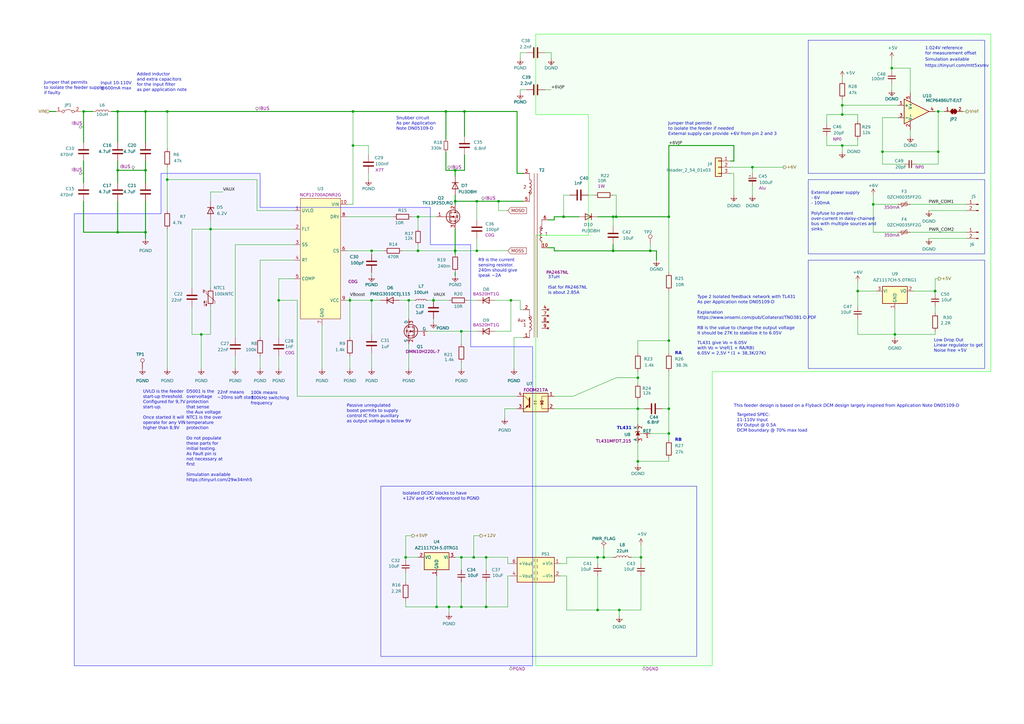
<source format=kicad_sch>
(kicad_sch (version 20250114) (generator "eeschema") (generator_version "9.0")
  (paper "A3")
  (title_block (title "TWIST 1.4.2") (date "2025-02-28") (company "https://github.com/owntech-foundation/twist") (comment 1 "ALINEI"))
  (rectangle (start 156.21 199.39) (end 285.75 269.24))
  (rectangle (start 331.47 16.51) (end 403.86 71.12))
  (rectangle (start 331.47 106.68) (end 403.86 151.13))
  (rectangle (start 331.47 73.66) (end 403.86 104.14))
  (text "Jumper that permits \nto isolate the feeder supply\nif faulty\n" (at 18.034 39.37 0) (effects (font (size 1.27 1.27)) (justify left bottom)))
  (text "22nF means \n~20ms soft start" (at 89.154 164.338 0) (effects (font (size 1.27 1.27)) (justify left bottom)))
  (text "Jumper that permits \nto isolate the feeder if needed\nExternal supply can provide +6V from pin 2 and 3\n" (at 274.066 56.134 0) (effects (font (size 1.27 1.27)) (justify left bottom)))
  (text "Simulation available" (at 379.476 25.654 0) (effects (font (size 1.27 1.27)) (justify left bottom)))
  (text "TL431 give Vo = 6.05V\nwith Vo = Vref(1 + RA/RB)\n6.05V = 2,5V * (1 + 38,3K/27K)" (at 286.004 146.177 0) (effects (font (size 1.27 1.27)) (justify left bottom)))
  (text "Input 10-110V\n@600mA max" (at 41.275 37.465 0) (effects (font (size 1.27 1.27)) (justify left bottom)))
  (text "RB is the value to change the output voltage\nIt should be 27K to stabilize it to 6.05V\n" (at 286.004 137.922 0) (effects (font (size 1.27 1.27)) (justify left bottom)))
  (text "TL431" (at 252.984 176.784 0) (effects (font (size 1.27 1.27) (thickness 0.254) (bold yes)) (justify left bottom)))
  (text "Targeted SPEC: \n11-110V Input \n6V Output @ 0.5A \nDCM boundary @ 70% max load\n" (at 302.26 177.8 0) (effects (font (size 1.27 1.27)) (justify left bottom)))
  (text "100k means \n100kHz switching\nfrequency" (at 102.87 166.624 0) (effects (font (size 1.27 1.27)) (justify left bottom)))
  (text "R9 is the current \nsensing resistor.\n240m should give\nIpeak ~2A" (at 196.215 114.3 0) (effects (font (size 1.27 1.27)) (justify left bottom)))
  (text "RB" (at 276.86 181.61 0) (effects (font (size 1.27 1.27) (thickness 0.254) (bold yes)) (justify left bottom)))
  (text "Snubber circuit \nAs per Application \nNote DN05109-D" (at 162.56 53.975 0) (effects (font (size 1.27 1.27)) (justify left bottom)))
  (text "RA" (at 276.86 146.05 0) (effects (font (size 1.27 1.27) (thickness 0.254) (bold yes)) (justify left bottom)))
  (text "This feeder design is based on a Flyback DCM design largely inspired from Application Note DN05109-D" (at 300.99 167.64 0) (effects (font (size 1.27 1.27)) (justify left bottom)))
  (text "1.024V reference \nfor measurement offset " (at 379.476 23.114 0) (effects (font (size 1.27 1.27)) (justify left bottom)))
  (text "Passive unregulated\nboost permits to supply\ncontrol IC from auxillary\nas output voltage is below 9V\n" (at 142.24 173.99 0) (effects (font (size 1.27 1.27)) (justify left bottom)))
  (text "D5001 is the \novervoltage \nprotection \nthat sense \nthe Aux voltage\nNTC1 is the over\ntemperature \nprotection \n\nDo not populate\nthese parts for\ninitial testing.\nAs Fault pin is\nnot necessary at\nfirst\n\nSimulation available \nhttps://tinyurl.com/29w34mh5" (at 76.454 198.12 0) (effects (font (size 1.27 1.27)) (justify left bottom)))
  (text "Added inductor \nand extra capacitors\nfor the input filter \nas per application note" (at 56.134 38.1 0) (effects (font (size 1.27 1.27)) (justify left bottom)))
  (text "UVLO is the feeder\nstart-up threshold. \nConfigured for 9,7V\nstart-up.\n\nOnce started it will\noperate for any VIN\nhigher than 8,9V" (at 58.674 176.784 0) (effects (font (size 1.27 1.27)) (justify left bottom)))
  (text "37uH\n\nISat for PA2467NL\nis about 2.85A" (at 224.79 121.285 0) (effects (font (size 1.27 1.27)) (justify left bottom)))
  (text "Type 2 Isolated feedback network with TL431\nAs per Application note DN05109-D\n\nExplanation\nhttps://www.onsemi.com/pub/Collateral/TND381-D.PDF" (at 286.004 131.572 0) (effects (font (size 1.27 1.27)) (justify left bottom)))
  (text "Low Drop Out \nLinear regulator to get\nNoise free +5V " (at 383.032 145.034 0) (effects (font (size 1.27 1.27)) (justify left bottom)))
  (text "Isolated DCDC blocks to have\n+12V and +5V referenced to PGND" (at 165.1 205.74 0) (effects (font (size 1.27 1.27)) (justify left bottom)))
  (text "https://tinyurl.com/mtt5xsmv" (at 379.476 28.194 0) (effects (font (size 1.27 1.27)) (justify left bottom)))
  (text "External power supply\n- 6V\n- 100mA\n\nPolyfuse to prevent \nover-current in daisy-chained \nbus with multiple sources and \nsinks." (at 332.74 95.25 0) (effects (font (size 1.27 1.27)) (justify left bottom)))
  (junction (at 261.62 167.64))
  (junction (at 251.46 102.87))
  (junction (at 274.32 177.8))
  (junction (at 199.39 228.6))
  (junction (at 152.4 102.87))
  (junction (at 384.81 45.72))
  (junction (at 144.78 45.72))
  (junction (at 179.07 248.92))
  (junction (at 189.23 248.92))
  (junction (at 274.32 167.64))
  (junction (at 266.7 102.87))
  (junction (at 59.69 69.85))
  (junction (at 361.95 62.23))
  (junction (at 345.44 43.18))
  (junction (at 245.11 250.19))
  (junction (at 143.51 123.19))
  (junction (at 189.23 228.6))
  (junction (at 274.32 139.7))
  (junction (at 186.69 102.87))
  (junction (at 86.36 93.98))
  (junction (at 186.69 82.55))
  (junction (at 367.03 137.16))
  (junction (at 59.69 95.25))
  (junction (at 247.65 228.6))
  (junction (at 48.26 45.72))
  (junction (at 152.4 123.19))
  (junction (at 171.45 88.9))
  (junction (at 114.3 123.19))
  (junction (at 199.39 248.92))
  (junction (at 144.78 59.69))
  (junction (at 358.14 83.82))
  (junction (at 254 250.19))
  (junction (at 365.76 27.94))
  (junction (at 182.88 45.72))
  (junction (at 190.5 45.72))
  (junction (at 48.26 69.85))
  (junction (at 261.62 189.23))
  (junction (at 245.11 228.6))
  (junction (at 177.8 123.19))
  (junction (at 274.32 88.9))
  (junction (at 68.58 45.72))
  (junction (at 34.29 45.72))
  (junction (at 189.23 135.89))
  (junction (at 167.64 123.19))
  (junction (at 171.45 102.87))
  (junction (at 166.37 228.6))
  (junction (at 204.47 82.55))
  (junction (at 251.46 88.9))
  (junction (at 262.89 228.6))
  (junction (at 351.79 119.38))
  (junction (at 383.54 119.38))
  (junction (at 82.55 137.16))
  (junction (at 194.31 228.6))
  (junction (at 59.69 45.72))
  (junction (at 231.14 88.9))
  (junction (at 384.81 62.23))
  (junction (at 209.55 123.19))
  (junction (at 195.58 82.55))
  (junction (at 48.26 95.25))
  (junction (at 184.15 248.92))
  (junction (at 186.69 69.85))
  (junction (at 345.44 59.69))
  (junction (at 68.58 73.66))
  (junction (at 308.61 68.58))
  (junction (at 195.58 102.87))
  (junction (at 345.44 46.99))
  (junction (at 261.62 154.94))
  (junction (at 252.73 88.9))
  (wire (pts (xy 68.58 68.58) (xy 68.58 73.66)))
  (wire (pts (xy 383.54 114.3) (xy 384.81 114.3)))
  (wire (pts (xy 373.38 53.34) (xy 373.38 55.88)))
  (wire (pts (xy 213.36 36.83) (xy 213.36 38.1)))
  (wire (pts (xy 166.37 248.92) (xy 179.07 248.92)))
  (wire (pts (xy 20.32 45.72) (xy 22.86 45.72)) (stroke (width 0.35)))
  (wire (pts (xy 351.79 46.99) (xy 351.79 49.53)))
  (wire (pts (xy 308.61 68.58) (xy 321.31 68.58)))
  (wire (pts (xy 266.7 100.33) (xy 266.7 102.87)))
  (wire (pts (xy 34.29 95.25) (xy 48.26 95.25)) (stroke (width 0.35)))
  (wire (pts (xy 190.5 63.5) (xy 190.5 69.85)) (stroke (width 0.35)))
  (wire (pts (xy 189.23 228.6) (xy 194.31 228.6)))
  (wire (pts (xy 212.09 71.12) (xy 212.09 45.72)) (stroke (width 0.35)))
  (wire (pts (xy 212.09 167.64) (xy 207.01 167.64)))
  (wire (pts (xy 361.95 62.23) (xy 361.95 67.31)))
  (wire (pts (xy 190.5 45.72) (xy 212.09 45.72)) (stroke (width 0.35)))
  (wire (pts (xy 261.62 167.64) (xy 264.16 167.64)))
  (wire (pts (xy 143.51 146.05) (xy 143.51 151.13)))
  (wire (pts (xy 78.74 125.73) (xy 78.74 137.16)))
  (wire (pts (xy 251.46 80.01) (xy 252.73 80.01)))
  (wire (pts (xy 34.29 45.72) (xy 34.29 58.42)) (stroke (width 0.35)))
  (wire (pts (xy 231.14 88.9) (xy 237.49 88.9)) (stroke (width 0.35)))
  (wire (pts (xy 182.88 45.72) (xy 182.88 57.15)) (stroke (width 0.35)))
  (wire (pts (xy 168.91 88.9) (xy 171.45 88.9)))
  (wire (pts (xy 78.74 137.16) (xy 82.55 137.16)))
  (wire (pts (xy 120.65 86.36) (xy 105.41 86.36)))
  (wire (pts (xy 345.44 46.99) (xy 339.09 46.99)))
  (wire (pts (xy 166.37 219.71) (xy 168.91 219.71)))
  (wire (pts (xy 208.28 231.14) (xy 209.55 231.14)))
  (wire (pts (xy 373.38 27.94) (xy 373.38 38.1)))
  (wire (pts (xy 245.11 228.6) (xy 245.11 231.14)))
  (wire (pts (xy 189.23 135.89) (xy 195.58 135.89)))
  (wire (pts (xy 86.36 78.74) (xy 86.36 82.55)))
  (wire (pts (xy 78.74 93.98) (xy 78.74 118.11)))
  (wire (pts (xy 251.46 88.9) (xy 252.73 88.9)))
  (wire (pts (xy 384.81 62.23) (xy 384.81 67.31)))
  (wire (pts (xy 373.38 83.82) (xy 396.24 83.82)))
  (wire (pts (xy 345.44 43.18) (xy 345.44 46.99)))
  (wire (pts (xy 186.69 80.01) (xy 186.69 82.55)) (stroke (width 0.35)))
  (wire (pts (xy 210.82 138.43) (xy 214.63 138.43)))
  (wire (pts (xy 251.46 102.87) (xy 266.7 102.87)) (stroke (width 0.35)))
  (wire (pts (xy 208.28 236.22) (xy 209.55 236.22)))
  (wire (pts (xy 171.45 88.9) (xy 179.07 88.9)))
  (wire (pts (xy 114.3 123.19) (xy 121.92 123.19)))
  (wire (pts (xy 381 86.36) (xy 396.24 86.36)))
  (wire (pts (xy 152.4 102.87) (xy 157.48 102.87)))
  (wire (pts (xy 247.65 224.79) (xy 247.65 228.6)))
  (wire (pts (xy 261.62 181.61) (xy 261.62 189.23)))
  (wire (pts (xy 121.92 162.56) (xy 121.92 123.19)))
  (wire (pts (xy 274.32 88.9) (xy 274.32 111.76)))
  (wire (pts (xy 177.8 123.19) (xy 184.15 123.19)))
  (wire (pts (xy 184.15 248.92) (xy 184.15 251.46)))
  (wire (pts (xy 209.55 123.19) (xy 209.55 135.89)))
  (wire (pts (xy 91.44 78.74) (xy 86.36 78.74)))
  (wire (pts (xy 34.29 66.04) (xy 34.29 74.93)) (stroke (width 0.35)))
  (wire (pts (xy 345.44 59.69) (xy 351.79 59.69)))
  (wire (pts (xy 152.4 123.19) (xy 156.21 123.19)))
  (wire (pts (xy 232.41 228.6) (xy 232.41 231.14)))
  (wire (pts (xy 383.54 135.89) (xy 383.54 137.16)))
  (wire (pts (xy 251.46 88.9) (xy 251.46 92.71)))
  (wire (pts (xy 179.07 248.92) (xy 184.15 248.92)))
  (wire (pts (xy 106.68 146.05) (xy 106.68 151.13)))
  (wire (pts (xy 189.23 238.76) (xy 189.23 248.92)))
  (wire (pts (xy 105.41 86.36) (xy 105.41 73.66)))
  (wire (pts (xy 254 250.19) (xy 254 252.73)))
  (wire (pts (xy 224.79 101.6) (xy 227.33 101.6)) (stroke (width 0.35)))
  (wire (pts (xy 358.14 83.82) (xy 358.14 80.01)))
  (wire (pts (xy 48.26 69.85) (xy 48.26 74.93)) (stroke (width 0.35)))
  (wire (pts (xy 261.62 144.78) (xy 261.62 139.7)))
  (wire (pts (xy 59.69 66.04) (xy 59.69 69.85)) (stroke (width 0.35)))
  (wire (pts (xy 96.52 100.33) (xy 96.52 138.43)))
  (wire (pts (xy 68.58 45.72) (xy 144.78 45.72)) (stroke (width 0.35)))
  (wire (pts (xy 227.33 102.87) (xy 251.46 102.87)) (stroke (width 0.35)))
  (wire (pts (xy 48.26 95.25) (xy 59.69 95.25)) (stroke (width 0.35)))
  (wire (pts (xy 186.69 93.98) (xy 186.69 102.87)) (stroke (width 0.35)))
  (wire (pts (xy 274.32 187.96) (xy 274.32 189.23)))
  (wire (pts (xy 199.39 248.92) (xy 208.28 248.92)))
  (wire (pts (xy 251.46 88.9) (xy 252.73 88.9)) (stroke (width 0.35)))
  (wire (pts (xy 96.52 146.05) (xy 96.52 151.13)))
  (wire (pts (xy 167.64 123.19) (xy 167.64 130.81)))
  (wire (pts (xy 194.31 219.71) (xy 194.31 228.6)))
  (wire (pts (xy 186.69 228.6) (xy 189.23 228.6)))
  (wire (pts (xy 351.79 130.81) (xy 351.79 137.16)))
  (wire (pts (xy 120.65 106.68) (xy 106.68 106.68)))
  (wire (pts (xy 144.78 45.72) (xy 182.88 45.72)) (stroke (width 0.35)))
  (wire (pts (xy 227.33 162.56) (xy 234.95 162.56)))
  (wire (pts (xy 300.99 66.04) (xy 299.72 66.04)) (stroke (width 0.35)))
  (wire (pts (xy 86.36 90.17) (xy 86.36 93.98)))
  (wire (pts (xy 227.33 101.6) (xy 227.33 102.87)) (stroke (width 0.35)))
  (wire (pts (xy 207.01 167.64) (xy 207.01 171.45)))
  (wire (pts (xy 252.73 88.9) (xy 274.32 88.9)) (stroke (width 0.35)))
  (wire (pts (xy 308.61 68.58) (xy 308.61 71.12)))
  (wire (pts (xy 191.77 123.19) (xy 195.58 123.19)))
  (wire (pts (xy 182.88 45.72) (xy 190.5 45.72)) (stroke (width 0.35)))
  (wire (pts (xy 189.23 228.6) (xy 189.23 233.68)))
  (wire (pts (xy 189.23 148.59) (xy 189.23 151.13)))
  (wire (pts (xy 345.44 43.18) (xy 368.3 43.18)))
  (wire (pts (xy 234.95 162.56) (xy 252.73 154.94)))
  (wire (pts (xy 274.32 152.4) (xy 274.32 167.64)))
  (wire (pts (xy 120.65 114.3) (xy 114.3 114.3)))
  (wire (pts (xy 114.3 123.19) (xy 114.3 138.43)))
  (wire (pts (xy 212.09 162.56) (xy 121.92 162.56)))
  (wire (pts (xy 345.44 40.64) (xy 345.44 43.18)))
  (wire (pts (xy 184.15 248.92) (xy 189.23 248.92)))
  (wire (pts (xy 213.36 127) (xy 213.36 123.19)))
  (wire (pts (xy 186.69 82.55) (xy 195.58 82.55)) (stroke (width 0.35)))
  (wire (pts (xy 210.82 151.13) (xy 210.82 138.43)))
  (wire (pts (xy 120.65 100.33) (xy 96.52 100.33)))
  (wire (pts (xy 274.32 119.38) (xy 274.32 139.7)))
  (wire (pts (xy 361.95 48.26) (xy 361.95 62.23)))
  (wire (pts (xy 214.63 127) (xy 213.36 127)))
  (wire (pts (xy 144.78 45.72) (xy 144.78 59.69)) (stroke (width 0.15)))
  (wire (pts (xy 34.29 82.55) (xy 34.29 95.25)) (stroke (width 0.35)))
  (wire (pts (xy 251.46 100.33) (xy 251.46 102.87)) (stroke (width 0.35)))
  (wire (pts (xy 345.44 31.75) (xy 345.44 33.02)))
  (wire (pts (xy 383.54 45.72) (xy 384.81 45.72)))
  (wire (pts (xy 143.51 123.19) (xy 152.4 123.19)))
  (wire (pts (xy 261.62 152.4) (xy 261.62 154.94)))
  (wire (pts (xy 34.29 45.72) (xy 38.1 45.72)) (stroke (width 0.35)))
  (wire (pts (xy 262.89 228.6) (xy 262.89 231.14)))
  (wire (pts (xy 208.28 236.22) (xy 208.28 248.92)))
  (wire (pts (xy 223.52 36.83) (xy 226.06 36.83)))
  (wire (pts (xy 252.73 154.94) (xy 261.62 154.94)))
  (wire (pts (xy 114.3 114.3) (xy 114.3 123.19)))
  (wire (pts (xy 142.24 88.9) (xy 161.29 88.9)))
  (wire (pts (xy 274.32 59.69) (xy 274.32 88.9)) (stroke (width 0.35)))
  (wire (pts (xy 300.99 80.01) (xy 300.99 71.12)))
  (wire (pts (xy 166.37 219.71) (xy 166.37 228.6)))
  (wire (pts (xy 171.45 100.33) (xy 171.45 102.87)))
  (wire (pts (xy 232.41 231.14) (xy 229.87 231.14)))
  (wire (pts (xy 186.69 102.87) (xy 195.58 102.87)))
  (wire (pts (xy 59.69 45.72) (xy 68.58 45.72)) (stroke (width 0.35)))
  (wire (pts (xy 68.58 93.98) (xy 68.58 151.13)))
  (wire (pts (xy 370.84 67.31) (xy 361.95 67.31)))
  (wire (pts (xy 274.32 177.8) (xy 274.32 180.34)))
  (wire (pts (xy 383.54 119.38) (xy 383.54 114.3)))
  (wire (pts (xy 300.99 71.12) (xy 299.72 71.12)))
  (wire (pts (xy 215.9 36.83) (xy 213.36 36.83)))
  (wire (pts (xy 373.38 95.25) (xy 396.24 95.25)))
  (wire (pts (xy 247.65 228.6) (xy 251.46 228.6)))
  (wire (pts (xy 190.5 45.72) (xy 190.5 55.88)) (stroke (width 0.35)))
  (wire (pts (xy 384.81 45.72) (xy 387.35 45.72)))
  (wire (pts (xy 86.36 93.98) (xy 86.36 118.11)))
  (wire (pts (xy 199.39 248.92) (xy 199.39 238.76)))
  (wire (pts (xy 142.24 123.19) (xy 143.51 123.19)))
  (wire (pts (xy 245.11 250.19) (xy 232.41 250.19)))
  (wire (pts (xy 171.45 102.87) (xy 186.69 102.87)))
  (wire (pts (xy 226.06 21.59) (xy 226.06 24.13)))
  (wire (pts (xy 166.37 246.38) (xy 166.37 248.92)))
  (wire (pts (xy 48.26 45.72) (xy 48.26 58.42)) (stroke (width 0.35)))
  (wire (pts (xy 179.07 236.22) (xy 179.07 248.92)))
  (wire (pts (xy 245.11 236.22) (xy 245.11 250.19)))
  (wire (pts (xy 204.47 82.55) (xy 214.63 82.55)) (stroke (width 0.35)))
  (wire (pts (xy 151.13 71.12) (xy 151.13 73.66)))
  (wire (pts (xy 308.61 76.2) (xy 308.61 80.01)))
  (wire (pts (xy 358.14 83.82) (xy 368.3 83.82)))
  (wire (pts (xy 345.44 59.69) (xy 339.09 59.69)))
  (wire (pts (xy 365.76 27.94) (xy 365.76 29.21)))
  (wire (pts (xy 261.62 154.94) (xy 261.62 157.48)))
  (wire (pts (xy 351.79 115.57) (xy 351.79 119.38)))
  (wire (pts (xy 171.45 88.9) (xy 171.45 93.98)))
  (wire (pts (xy 195.58 82.55) (xy 204.47 82.55)) (stroke (width 0.35)))
  (wire (pts (xy 186.69 72.39) (xy 186.69 69.85)) (stroke (width 0.35)))
  (wire (pts (xy 381 97.79) (xy 396.24 97.79)))
  (wire (pts (xy 269.24 102.87) (xy 269.24 106.68)) (stroke (width 0.35)))
  (wire (pts (xy 227.33 167.64) (xy 261.62 167.64)))
  (wire (pts (xy 365.76 34.29) (xy 365.76 36.83)))
  (wire (pts (xy 274.32 167.64) (xy 274.32 177.8)))
  (wire (pts (xy 152.4 102.87) (xy 152.4 104.14)))
  (wire (pts (xy 152.4 111.76) (xy 152.4 113.03)))
  (wire (pts (xy 266.7 177.8) (xy 274.32 177.8)))
  (wire (pts (xy 48.26 66.04) (xy 48.26 69.85)) (stroke (width 0.35)))
  (wire (pts (xy 189.23 135.89) (xy 189.23 140.97)))
  (wire (pts (xy 274.32 167.64) (xy 271.78 167.64)))
  (wire (pts (xy 152.4 123.19) (xy 152.4 137.16)))
  (wire (pts (xy 68.58 45.72) (xy 68.58 60.96)) (stroke (width 0.15)))
  (wire (pts (xy 86.36 125.73) (xy 86.36 137.16)))
  (wire (pts (xy 361.95 62.23) (xy 384.81 62.23)))
  (wire (pts (xy 266.7 102.87) (xy 269.24 102.87)) (stroke (width 0.35)))
  (wire (pts (xy 199.39 233.68) (xy 199.39 228.6)))
  (wire (pts (xy 165.1 102.87) (xy 171.45 102.87)))
  (wire (pts (xy 45.72 45.72) (xy 48.26 45.72)) (stroke (width 0.35)))
  (wire (pts (xy 300.99 66.04) (xy 300.99 59.69)) (stroke (width 0.35)))
  (wire (pts (xy 384.81 62.23) (xy 384.81 45.72)))
  (wire (pts (xy 208.28 231.14) (xy 208.28 228.6)))
  (wire (pts (xy 195.58 97.79) (xy 195.58 102.87)))
  (wire (pts (xy 151.13 59.69) (xy 151.13 63.5)) (stroke (width 0.15)))
  (wire (pts (xy 261.62 189.23) (xy 261.62 190.5)))
  (wire (pts (xy 368.3 48.26) (xy 361.95 48.26)))
  (wire (pts (xy 203.2 135.89) (xy 209.55 135.89)))
  (wire (pts (xy 48.26 45.72) (xy 59.69 45.72)) (stroke (width 0.35)))
  (wire (pts (xy 262.89 250.19) (xy 254 250.19)))
  (wire (pts (xy 383.54 125.73) (xy 383.54 128.27)))
  (wire (pts (xy 241.3 80.01) (xy 243.84 80.01)))
  (wire (pts (xy 245.11 88.9) (xy 251.46 88.9)) (stroke (width 0.35)))
  (wire (pts (xy 177.8 121.92) (xy 177.8 123.19)))
  (wire (pts (xy 48.26 82.55) (xy 48.26 95.25)) (stroke (width 0.35)))
  (wire (pts (xy 143.51 123.19) (xy 143.51 138.43)))
  (wire (pts (xy 78.74 93.98) (xy 86.36 93.98)))
  (wire (pts (xy 229.87 236.22) (xy 232.41 236.22)))
  (wire (pts (xy 339.09 59.69) (xy 339.09 55.88)))
  (wire (pts (xy 152.4 144.78) (xy 152.4 151.13)))
  (wire (pts (xy 261.62 163.83) (xy 261.62 167.64)))
  (wire (pts (xy 143.51 121.92) (xy 143.51 123.19)))
  (wire (pts (xy 163.83 123.19) (xy 167.64 123.19)))
  (wire (pts (xy 114.3 146.05) (xy 114.3 151.13)))
  (wire (pts (xy 199.39 228.6) (xy 208.28 228.6)))
  (wire (pts (xy 82.55 137.16) (xy 86.36 137.16)))
  (wire (pts (xy 171.45 228.6) (xy 166.37 228.6)))
  (wire (pts (xy 394.97 45.72) (xy 396.24 45.72)))
  (wire (pts (xy 374.65 119.38) (xy 383.54 119.38)))
  (wire (pts (xy 224.79 90.17) (xy 227.33 90.17)) (stroke (width 0.35)))
  (wire (pts (xy 223.52 21.59) (xy 226.06 21.59)))
  (wire (pts (xy 261.62 139.7) (xy 274.32 139.7)))
  (wire (pts (xy 132.08 133.35) (xy 132.08 151.13)))
  (wire (pts (xy 213.36 21.59) (xy 213.36 24.13)))
  (wire (pts (xy 209.55 123.19) (xy 213.36 123.19)))
  (wire (pts (xy 186.69 69.85) (xy 182.88 69.85)) (stroke (width 0.35)))
  (wire (pts (xy 261.62 189.23) (xy 274.32 189.23)))
  (wire (pts (xy 195.58 82.55) (xy 195.58 90.17)))
  (wire (pts (xy 106.68 106.68) (xy 106.68 138.43)))
  (wire (pts (xy 262.89 223.52) (xy 262.89 228.6)))
  (wire (pts (xy 383.54 120.65) (xy 383.54 119.38)))
  (wire (pts (xy 214.63 71.12) (xy 212.09 71.12)) (stroke (width 0.35)))
  (wire (pts (xy 194.31 228.6) (xy 199.39 228.6)))
  (wire (pts (xy 365.76 27.94) (xy 373.38 27.94)))
  (wire (pts (xy 186.69 111.76) (xy 186.69 113.03)) (stroke (width 0.35)))
  (wire (pts (xy 208.28 86.36) (xy 204.47 86.36)))
  (wire (pts (xy 167.64 140.97) (xy 167.64 151.13)))
  (wire (pts (xy 177.8 132.08) (xy 177.8 130.81)))
  (wire (pts (xy 59.69 69.85) (xy 59.69 74.93)) (stroke (width 0.35)))
  (wire (pts (xy 189.23 248.92) (xy 199.39 248.92)))
  (wire (pts (xy 167.64 123.19) (xy 170.18 123.19)))
  (wire (pts (xy 68.58 73.66) (xy 105.41 73.66)))
  (wire (pts (xy 48.26 69.85) (xy 59.69 69.85)) (stroke (width 0.35)))
  (wire (pts (xy 82.55 137.16) (xy 82.55 151.13)))
  (wire (pts (xy 367.03 137.16) (xy 367.03 138.43)))
  (wire (pts (xy 351.79 46.99) (xy 345.44 46.99)))
  (wire (pts (xy 261.62 167.64) (xy 261.62 173.99)))
  (wire (pts (xy 351.79 57.15) (xy 351.79 59.69)))
  (wire (pts (xy 194.31 219.71) (xy 196.85 219.71)))
  (wire (pts (xy 142.24 83.82) (xy 144.78 83.82)))
  (wire (pts (xy 120.65 93.98) (xy 86.36 93.98)))
  (wire (pts (xy 365.76 24.13) (xy 365.76 27.94)))
  (wire (pts (xy 175.26 123.19) (xy 177.8 123.19)))
  (wire (pts (xy 144.78 83.82) (xy 144.78 59.69)) (stroke (width 0.15)))
  (wire (pts (xy 175.26 135.89) (xy 189.23 135.89)))
  (wire (pts (xy 252.73 80.01) (xy 252.73 88.9)))
  (wire (pts (xy 232.41 236.22) (xy 232.41 250.19)))
  (wire (pts (xy 231.14 80.01) (xy 233.68 80.01)))
  (wire (pts (xy 299.72 68.58) (xy 308.61 68.58)))
  (wire (pts (xy 245.11 228.6) (xy 247.65 228.6)))
  (wire (pts (xy 186.69 82.55) (xy 186.69 83.82)) (stroke (width 0.35)))
  (wire (pts (xy 227.33 88.9) (xy 231.14 88.9)) (stroke (width 0.35)))
  (wire (pts (xy 254 250.19) (xy 245.11 250.19)))
  (wire (pts (xy 190.5 69.85) (xy 186.69 69.85)) (stroke (width 0.35)))
  (wire (pts (xy 262.89 236.22) (xy 262.89 250.19)))
  (wire (pts (xy 186.69 102.87) (xy 186.69 104.14)) (stroke (width 0.35)))
  (wire (pts (xy 68.58 73.66) (xy 68.58 86.36)))
  (wire (pts (xy 144.78 59.69) (xy 151.13 59.69)) (stroke (width 0.15)))
  (wire (pts (xy 351.79 119.38) (xy 359.41 119.38)))
  (wire (pts (xy 245.11 228.6) (xy 232.41 228.6)))
  (wire (pts (xy 166.37 234.95) (xy 166.37 238.76)))
  (wire (pts (xy 358.14 95.25) (xy 368.3 95.25)))
  (wire (pts (xy 345.44 59.69) (xy 345.44 62.23)))
  (wire (pts (xy 59.69 45.72) (xy 59.69 58.42)) (stroke (width 0.35)))
  (wire (pts (xy 358.14 83.82) (xy 358.14 95.25)))
  (wire (pts (xy 231.14 88.9) (xy 231.14 80.01)))
  (wire (pts (xy 166.37 228.6) (xy 166.37 229.87)))
  (wire (pts (xy 227.33 90.17) (xy 227.33 88.9)) (stroke (width 0.35)))
  (wire (pts (xy 59.69 95.25) (xy 59.69 97.79)) (stroke (width 0.35)))
  (wire (pts (xy 195.58 102.87) (xy 208.28 102.87)))
  (wire (pts (xy 367.03 137.16) (xy 383.54 137.16)))
  (wire (pts (xy 204.47 86.36) (xy 204.47 82.55)))
  (wire (pts (xy 59.69 82.55) (xy 59.69 95.25)) (stroke (width 0.35)))
  (wire (pts (xy 351.79 137.16) (xy 367.03 137.16)))
  (wire (pts (xy 182.88 62.23) (xy 182.88 69.85)) (stroke (width 0.35)))
  (wire (pts (xy 339.09 46.99) (xy 339.09 50.8)))
  (wire (pts (xy 215.9 21.59) (xy 213.36 21.59)))
  (wire (pts (xy 142.24 102.87) (xy 152.4 102.87)))
  (wire (pts (xy 274.32 139.7) (xy 274.32 144.78)))
  (wire (pts (xy 262.89 228.6) (xy 259.08 228.6)))
  (wire (pts (xy 367.03 127) (xy 367.03 137.16)))
  (wire (pts (xy 274.32 59.69) (xy 300.99 59.69)) (stroke (width 0.35)))
  (wire (pts (xy 203.2 123.19) (xy 209.55 123.19)))
  (wire (pts (xy 351.79 119.38) (xy 351.79 125.73)))
  (wire (pts (xy 384.81 67.31) (xy 375.92 67.31)))
  (wire (pts (xy 33.02 45.72) (xy 34.29 45.72)))
  (label "PWR_COM2" (at 381 95.25 0))
  (label "VBoost" (at 143.51 121.92 0))
  (label "PWR_COM1" (at 391.16 83.82 180))
  (label "+6VJP" (at 274.32 59.69 0))
  (label "+6VJP" (at 226.06 36.83 0))
  (label "VAUX" (at 177.8 121.92 0))
  (label "VAUX" (at 91.44 78.74 0))
  (global_label "MOSD" (shape input) (at 208.28 86.36 0) (property "Intersheetrefs" "${INTERSHEET_REFS}" (effects (hide yes))) (property "Références Inter-Feuilles" "${INTERSHEET_REFS}" (effects (hide yes))))
  (global_label "MOSS" (shape input) (at 208.28 102.87 0) (property "Intersheetrefs" "${INTERSHEET_REFS}" (effects (hide yes))) (property "Références Inter-Feuilles" "${INTERSHEET_REFS}" (effects (hide yes))))
  (hierarchical_label "+6V" (shape output) (at 321.31 68.58 0))
  (hierarchical_label "+5VP" (shape output) (at 168.91 219.71 0))
  (hierarchical_label "VIN" (shape input) (at 20.32 45.72 180))
  (hierarchical_label "+12V" (shape output) (at 196.85 219.71 0))
  (hierarchical_label "+5V" (shape output) (at 384.81 114.3 0))
  (hierarchical_label "Vref" (shape output) (at 396.24 45.72 0))
  (rule_area (polyline (pts (xy 218.44 273.05) (xy 218.44 142.24) (xy 193.04 142.24) (xy 193.04 100.33) (xy 176.53 100.33) (xy 176.53 85.09) (xy 156.21 85.09) (xy 156.21 85.09) (xy 106.68 85.09) (xy 106.68 71.12) (xy 66.04 71.12) (xy 66.04 87.63) (xy 30.48 87.63) (xy 30.48 273.05)) (stroke (width 0) (color 0 0 255 1)) (fill (type color) (color 0 0 255 0.05))))
  (rule_area (polyline (pts (xy 219.71 13.97) (xy 219.71 46.99) (xy 241.3 46.99) (xy 241.3 96.52) (xy 219.71 96.52) (xy 219.71 273.05) (xy 292.1 273.05) (xy 292.1 152.4) (xy 406.4 152.4) (xy 406.4 13.97)) (stroke (width 0) (color 0 255 0 1)) (fill (type color) (color 0 255 0 0.05))))
  (netclass_flag "" (length 1.27) (shape round) (at 54.61 69.85 0) (property "Netclass" "IBUS" (at 53.594 68.326 0) (effects (justify right))))
  (netclass_flag "" (length 1.27) (shape round) (at 198.12 82.55 0) (property "Netclass" "IBUS" (at 198.7296 81.28 0) (effects (justify left))))
  (netclass_flag "" (length 1.27) (shape round) (at 209.55 273.05 180) (property "Netclass" "PGND" (at 210.1596 274.32 0) (effects (justify left))))
  (netclass_flag "" (length 1.27) (shape round) (at 34.29 71.12 90) (property "Netclass" "IBUS" (at 29.21 69.596 0) (effects (justify left))))
  (netclass_flag "" (length 1.27) (shape round) (at 34.29 52.07 90) (property "Netclass" "IBUS" (at 29.21 50.546 0) (effects (justify left))))
  (netclass_flag "" (length 1.27) (shape round) (at 184.15 69.85 0) (property "Netclass" "IBUS" (at 184.7596 68.58 0) (effects (justify left))))
  (netclass_flag "" (length 1.27) (shape round) (at 105.41 45.72 0) (property "Netclass" "IBUS" (at 106.0196 44.45 0) (effects (justify left))))
  (netclass_flag "" (length 1.27) (shape round) (at 264.16 273.05 180) (property "Netclass" "DGND" (at 264.7696 274.32 0) (effects (justify left))))
  (symbol (lib_id "Device:R") (at 161.29 102.87 90) (unit 1)
    (property "Reference" "R14" (at 161.29 100.33 90))
    (property "Value" "470R" (at 161.29 105.41 90))
    (property "Footprint" "Footprints:R_0805_2012Metric" (effects (hide yes)))
    (property "Datasheet" "${KIPRJMOD}\\datasheet\\cr-1858361.pdf" (effects (hide yes)))
    (property "manf#" "CR0805-FX-4700ELF" (effects (hide yes)))
    (property "Functional Block" "Feeder" (effects (hide yes)))
    (property "Metal content" "NiCr" (effects (hide yes)))
    (property "Subfunction" "+6V / DGND supply" (effects (hide yes)))
    (property "LCSC" "C17710" (effects (hide yes)))
  )
  (symbol (lib_id "Regulator_Linear:AP1117-50") (at 367.03 119.38 0) (unit 1)
    (property "Reference" "U9" (at 367.03 112.395 0))
    (property "Value" "AZ1117CH-5.0TRG1" (at 367.03 114.935 0))
    (property "Footprint" "Package_TO_SOT_SMD:SOT-223-3_TabPin2" (effects (hide yes)))
    (property "Datasheet" "${KIPRJMOD}\\datasheet\\DIOD_S_A0007713706_1-2542909.pdf" (effects (hide yes)))
    (property "manf#" "AZ1117CH-5.0TRG1" (effects (hide yes)))
    (property "Functional Block" "Feeder" (effects (hide yes)))
    (property "Subfunction" "+5V / DGND Supply" (effects (hide yes)))
    (property "LCSC" "C99342" (effects (hide yes)))
  )
  (symbol (lib_id "Symbols:PGND") (at 213.36 38.1 0) (unit 1)
    (property "Reference" "#PWR060" (effects (hide yes)))
    (property "Value" "PGND" (at 213.36 41.91 0))
  )
  (symbol (lib_id "Connector:TestPoint") (at 266.7 100.33 0) (unit 1)
    (property "Reference" "TP2" (at 264.16 95.25 0) (effects (justify left)))
    (property "Value" "GND2" (effects (hide yes)))
    (property "Footprint" "TestPoint:TestPoint_THTPad_D2.0mm_Drill1.0mm" (effects (hide yes)))
    (property "Functional Block" "Feeder" (effects (hide yes)))
  )
  (symbol (lib_id "Symbols:BAS20HT1G") (at 199.39 135.89 0) (unit 1)
    (property "Reference" "D9" (at 199.39 131.445 0))
    (property "Value" "BAS20HT1G" (effects (hide yes)))
    (property "Footprint" "Diode_SMD:D_SOD-323_HandSoldering" (effects (hide yes)))
    (property "Datasheet" "${KIPRJMOD}\\datasheet\\BAS20HT1_D-2309993.pdf" (effects (hide yes)))
    (property "manf#" "BAS20HT1G" (at 199.39 133.35 0))
    (property "Functional Block" "Feeder" (effects (hide yes)))
    (property "Subfunction" "+6V / DGND supply" (effects (hide yes)))
    (property "LCSC" "C152543 " (effects (hide yes)))
  )
  (symbol (lib_id "Device:L_Small") (at 172.72 123.19 90) (unit 1)
    (property "Reference" "L7" (at 172.72 117.475 90))
    (property "Value" "100uH" (at 172.72 120.015 90))
    (property "Footprint" "Inductor_SMD:L_0805_2012Metric" (effects (hide yes)))
    (property "Datasheet" "${KIPRJMOD}\\datasheet\\wound01_e-1509533.pdf" (effects (hide yes)))
    (property "manf#" "LBR2012T101K" (effects (hide yes)))
    (property "Functional Block" "Feeder" (effects (hide yes)))
    (property "Subfunction" "+6V / DGND supply" (effects (hide yes)))
    (property "LCSC" "C223273" (effects (hide yes)))
  )
  (symbol (lib_id "Symbols:DGND") (at 373.38 55.88 0) (unit 1)
    (property "Reference" "#PWR075" (effects (hide yes)))
    (property "Value" "DGND" (at 373.38 59.69 0))
  )
  (symbol (lib_id "Device:R") (at 274.32 184.15 0) (unit 1)
    (property "Reference" "R27" (at 276.86 182.8799 0) (effects (justify left)))
    (property "Value" "27k" (at 276.86 185.4199 0) (effects (justify left)))
    (property "Footprint" "Footprints:R_0805_2012Metric" (effects (hide yes)))
    (property "Datasheet" "${KIPRJMOD}\\datasheet\\PYu_RT_1_to_0_01_RoHS_L_12-3003070.pdf" (effects (hide yes)))
    (property "manf#" "RT0805DRD0727KL" (effects (hide yes)))
    (property "Functional Block" "Feeder" (effects (hide yes)))
    (property "Metal content" "NiCr" (effects (hide yes)))
    (property "Subfunction" "+6V / DGND supply" (effects (hide yes)))
    (property "LCSC" "C17593" (effects (hide yes)))
  )
  (symbol (lib_id "Symbols:NCP12700ADNR2G") (at 132.08 88.9 0) (unit 1)
    (property "Reference" "U3" (at 131.445 77.47 0))
    (property "Value" "NCP12700ADNR2G" (effects (hide yes)))
    (property "Footprint" "Package_SO:MSOP-10_3x3mm_P0.5mm" (effects (hide yes)))
    (property "Datasheet" "${KIPRJMOD}\\datasheet\\NCP12700_D-2317015.pdf" (effects (hide yes)))
    (property "manf#" "NCP12700ADNR2G" (at 131.445 80.01 0))
    (property "LCSC" "C894964" (effects (hide yes)))
  )
  (symbol (lib_id "Symbols:PGND") (at 106.68 151.13 0) (unit 1)
    (property "Reference" "#PWR037" (effects (hide yes)))
    (property "Value" "PGND" (at 106.68 156.21 0))
  )
  (symbol (lib_id "Symbols:PMEG2010AEJ,115") (at 160.02 123.19 0) (unit 1)
    (property "Reference" "D6" (at 160.02 118.11 0))
    (property "Value" "PMEG3010CEJ,115" (at 160.02 120.65 0))
    (property "Footprint" "Diode_SMD:D_SOD-323_HandSoldering" (effects (hide yes)))
    (property "Datasheet" "${KIPRJMOD}\\datasheet\\PMEG3010CEH_PMEG3010CEJ-2891636.pdf" (effects (hide yes)))
    (property "manf#" "PMEG3010CEJ,115" (effects (hide yes)))
    (property "Functional Block" "Driver" (effects (hide yes)))
    (property "Subfunction" "Gate circuit" (effects (hide yes)))
    (property "LCSC" "C552818" (effects (hide yes)))
  )
  (symbol (lib_id "Symbols:PGND") (at 177.8 132.08 0) (unit 1)
    (property "Reference" "#PWR045" (effects (hide yes)))
    (property "Value" "PGND" (at 181.61 134.62 0))
  )
  (symbol (lib_id "Symbols:DGND") (at 269.24 106.68 0) (unit 1)
    (property "Reference" "#PWR065" (effects (hide yes)))
    (property "Value" "DGND" (at 269.24 110.49 0))
  )
  (symbol (lib_id "Device:C") (at 219.71 36.83 90) (unit 1)
    (property "Reference" "C39" (at 215.9 31.75 90))
    (property "Value" "2.2nF" (at 215.9 34.29 90))
    (property "Footprint" "Capacitor_SMD:C_1812_4532Metric" (effects (hide yes)))
    (property "Datasheet" "${KIPRJMOD}\\datasheet\\8853622110151.pdf" (effects (hide yes)))
    (property "manf#" "8853622110151" (effects (hide yes)))
    (property "Functional Block" "Feeder" (effects (hide yes)))
    (property "Metal content" "BaTiO3" (effects (hide yes)))
    (property "Subfunction" "+6V / DGND supply" (effects (hide yes)))
    (property "Dielectric" "X7R" (effects (hide yes)))
    (property "LCSC" "C24544" (effects (hide yes)))
    (property "Voltage_Rating" "2.5kV " (effects (hide yes)))
  )
  (symbol (lib_id "Jumper:Jumper_2_Bridged") (at 27.94 45.72 0) (unit 1)
    (property "Reference" "JP1" (at 27.94 43.18 0))
    (property "Value" "Jumper_2_Bridged" (effects (hide yes)))
    (property "Footprint" "Jumper:SolderJumper-2_P1.3mm_Bridged2Bar_RoundedPad1.0x1.5mm" (effects (hide yes)))
    (property "Functional Block" "Feeder" (effects (hide yes)))
    (property "Subfunction" "+6V / DGND supply" (effects (hide yes)))
  )
  (symbol (lib_id "Device:C") (at 251.46 96.52 0) (unit 1)
    (property "Reference" "C42" (at 255.27 95.2499 0) (effects (justify left)))
    (property "Value" "10uF" (at 255.27 97.7899 0) (effects (justify left)))
    (property "Footprint" "Footprints:C_1210_3225Metric" (effects (hide yes)))
    (property "Datasheet" "${KIPRJMOD}\\datasheet\\MLCC-1837944.pdf" (effects (hide yes)))
    (property "manf#" "CL32B106KBJNNNE" (effects (hide yes)))
    (property "Functional Block" "Feeder" (effects (hide yes)))
    (property "Metal content" "BaTiO3" (effects (hide yes)))
    (property "Subfunction" "+6V / DGND supply" (effects (hide yes)))
    (property "Dielectric" "X7R" (effects (hide yes)))
    (property "LCSC" "C380537" (effects (hide yes)))
    (property "Voltage_Rating" "50V" (effects (hide yes)))
  )
  (symbol (lib_id "Device:C") (at 190.5 59.69 0) (unit 1)
    (property "Reference" "C35" (at 194.31 58.4199 0) (effects (justify left)))
    (property "Value" "6.8nF" (at 194.31 60.9599 0) (effects (justify left)))
    (property "Footprint" "Footprints:C_0805_2012Metric" (effects (hide yes)))
    (property "Datasheet" "${KIPRJMOD}\\datasheet\\Middle_and_High_Voltage_DS-1535659.pdf" (effects (hide yes)))
    (property "manf#" "0805B682K631CT" (effects (hide yes)))
    (property "Functional Block" "Feeder" (effects (hide yes)))
    (property "Metal content" "BaTiO3" (effects (hide yes)))
    (property "Subfunction" "+6V / DGND supply" (effects (hide yes)))
    (property "Dielectric" "X7R" (effects (hide yes)))
    (property "LCSC" "C458927" (effects (hide yes)))
    (property "Voltage_Rating" "630V" (effects (hide yes)))
  )
  (symbol (lib_id "Device:R") (at 166.37 242.57 0) (mirror x) (unit 1)
    (property "Reference" "R16" (at 162.56 240.03 0))
    (property "Value" "2.2R" (at 162.56 242.57 0))
    (property "Footprint" "Footprints:R_0805_2012Metric" (effects (hide yes)))
    (property "Datasheet" "${KIPRJMOD}\\datasheet\\cr_a_as-1858644.pdf" (effects (hide yes)))
    (property "manf#" "CR0805AF/-2R20EAS" (effects (hide yes)))
    (property "Functional Block" "Feeder" (effects (hide yes)))
    (property "Metal content" "NiCr" (effects (hide yes)))
    (property "Subfunction" "+6V / DGND supply" (effects (hide yes)))
    (property "LCSC" "C17521 " (effects (hide yes)))
  )
  (symbol (lib_id "Device:C_Small") (at 199.39 236.22 0) (unit 1)
    (property "Reference" "C37" (at 201.7268 233.7816 0) (effects (justify left)))
    (property "Value" "10uF" (at 201.7268 236.093 0) (effects (justify left)))
    (property "Footprint" "Footprints:C_1210_3225Metric" (effects (hide yes)))
    (property "Datasheet" "${KIPRJMOD}\\datasheet\\MLCC-1837944.pdf" (effects (hide yes)))
    (property "manf#" "CL32B106KBJNNNE" (effects (hide yes)))
    (property "Functional Block" "Feeder" (effects (hide yes)))
    (property "Metal content" "BaTiO3" (effects (hide yes)))
    (property "Subfunction" "+12V / GND Supply" (effects (hide yes)))
    (property "Dielectric" "X7R" (effects (hide yes)))
    (property "LCSC" "C380537" (effects (hide yes)))
    (property "Voltage_Rating" "50V" (effects (hide yes)))
  )
  (symbol (lib_id "Jumper:SolderJumper_2_Bridged") (at 391.16 45.72 0) (mirror x) (unit 1)
    (property "Reference" "JP2" (at 391.16 48.895 0))
    (property "Value" "SolderJumper" (effects (hide yes)))
    (property "Footprint" "Jumper:SolderJumper-2_P1.3mm_Bridged_RoundedPad1.0x1.5mm" (effects (hide yes)))
    (property "Functional Block" "Feeder" (effects (hide yes)))
    (property "Subfunction" "Voltage Reference" (effects (hide yes)))
  )
  (symbol (lib_id "Symbols:+6V") (at 358.14 80.01 0) (unit 1) (in_bom no) (on_board no)
    (property "Reference" "#PWR071" (effects (hide yes)))
    (property "Value" "+6V" (at 358.14 76.2 0))
  )
  (symbol (lib_id "Symbols:PGND") (at 207.01 171.45 0) (unit 1)
    (property "Reference" "#PWR057" (effects (hide yes)))
    (property "Value" "PGND" (at 207.01 176.53 0))
  )
  (symbol (lib_id "Symbols:DGND") (at 226.06 24.13 0) (unit 1)
    (property "Reference" "#PWR061" (effects (hide yes)))
    (property "Value" "DGND" (at 226.06 27.94 0))
  )
  (symbol (lib_id "Device:L") (at 255.27 228.6 270) (mirror x) (unit 1)
    (property "Reference" "L8" (at 255.27 223.52 90))
    (property "Value" "22uH" (at 255.27 226.06 90))
    (property "Footprint" "Inductor_SMD:L_1210_3225Metric" (effects (hide yes)))
    (property "Datasheet" "${KIPRJMOD}\\datasheet\\wound02_e-2256580.pdf" (effects (hide yes)))
    (property "manf#" "CBC3225T220KR" (effects (hide yes)))
    (property "Functional Block" "Feeder" (effects (hide yes)))
    (property "Subfunction" "+12V / GND Supply " (effects (hide yes)))
    (property "LCSC" "C223225" (effects (hide yes)))
  )
  (symbol (lib_id "Symbols:DGND") (at 381 97.79 0) (unit 1)
    (property "Reference" "#PWR077" (effects (hide yes)))
    (property "Value" "DGND" (at 381 102.235 0))
  )
  (symbol (lib_id "Symbols:PGND") (at 132.08 151.13 0) (unit 1)
    (property "Reference" "#PWR039" (effects (hide yes)))
    (property "Value" "PGND" (at 132.08 156.21 0))
  )
  (symbol (lib_name "R_Small_5") (lib_id "Device:R_Small") (at 182.88 59.69 0) (mirror y) (unit 1)
    (property "Reference" "R18" (at 181.3814 58.5216 0) (effects (justify left)))
    (property "Value" "330k" (at 181.3814 60.833 0) (effects (justify left)))
    (property "Footprint" "Footprints:R_0805_2012Metric" (effects (hide yes)))
    (property "Datasheet" "${KIPRJMOD}\\datasheet\\cr-1858361.pdf" (effects (hide yes)))
    (property "manf#" "CR0805-FX-3303ELF" (effects (hide yes)))
    (property "LCSC" "C17629" (effects (hide yes)))
  )
  (symbol (lib_name "C_Small_5") (lib_id "Device:C_Small") (at 365.76 31.75 0) (mirror y) (unit 1)
    (property "Reference" "C48" (at 363.22 30.48 0) (effects (justify left)))
    (property "Value" "100nF" (at 363.22 32.385 0) (effects (justify left)))
    (property "Footprint" "Capacitor_SMD:C_1206_3216Metric" (effects (hide yes)))
    (property "Datasheet" "${KIPRJMOD}\\datasheet\\KEM_C1002_X7R_SMD-3316098.pdf" (effects (hide yes)))
    (property "manf#" "C1206C104K5RAC7867" (effects (hide yes)))
    (property "Functional Block" "Feeder" (effects (hide yes)))
    (property "Metal content" "BaTiO3" (effects (hide yes)))
    (property "Subfunction" "Voltage reference" (effects (hide yes)))
    (property "Dielectric" "X7R" (effects (hide yes)))
    (property "LCSC" "C24497" (effects (hide yes)))
    (property "Voltage_Rating" "50V" (effects (hide yes)))
  )
  (symbol (lib_id "Device:C") (at 237.49 80.01 90) (unit 1)
    (property "Reference" "C40" (at 241.3 73.152 90) (effects (justify left)))
    (property "Value" "1nF" (at 239.014 75.184 90) (effects (justify left)))
    (property "Footprint" "Footprints:C_0805_2012Metric" (effects (hide yes)))
    (property "Datasheet" "${KIPRJMOD}\\datasheet\\885342207013.pdf" (effects (hide yes)))
    (property "manf#" "885342207013" (effects (hide yes)))
    (property "Functional Block" "Feeder" (effects (hide yes)))
    (property "Metal content" "BaTiO3" (effects (hide yes)))
    (property "Subfunction" "+6V / DGND supply" (effects (hide yes)))
    (property "Dielectric" "X7R" (effects (hide yes)))
    (property "LCSC" "C501242" (effects (hide yes)))
    (property "Voltage_Rating" "500V" (effects (hide yes)))
  )
  (symbol (lib_id "Symbols:PGND") (at 68.58 151.13 0) (unit 1)
    (property "Reference" "#PWR034" (effects (hide yes)))
    (property "Value" "PGND" (at 68.58 156.21 0))
  )
  (symbol (lib_id "Symbols:PGND") (at 210.82 151.13 0) (unit 1)
    (property "Reference" "#PWR058" (effects (hide yes)))
    (property "Value" "PGND" (at 210.82 156.21 0))
  )
  (symbol (lib_id "Symbols:PGND") (at 96.52 151.13 0) (unit 1)
    (property "Reference" "#PWR036" (effects (hide yes)))
    (property "Value" "PGND" (at 96.52 156.21 0))
  )
  (symbol (lib_id "Connector:Conn_01x02_Male") (at 401.32 83.82 0) (mirror y) (unit 1)
    (property "Reference" "J5" (at 399.415 80.645 0))
    (property "Value" "B2B-EH-A(LF)(SN)" (effects (hide yes)))
    (property "Footprint" "Connector_JST:JST_EH_B2B-EH-A_1x02_P2.50mm_Vertical" (effects (hide yes)))
    (property "manf#" "B2B-EH-A(LF)(SN)" (effects (hide yes)))
    (property "Functional Block" "Feeder" (effects (hide yes)))
    (property "Subfunction" "External supply" (effects (hide yes)))
    (property "LCSC" "C160262" (effects (hide yes)))
  )
  (symbol (lib_id "Symbols:PGND") (at 58.42 151.13 0) (unit 1)
    (property "Reference" "#PWR03" (effects (hide yes)))
    (property "Value" "PGND" (at 58.42 156.21 0))
  )
  (symbol (lib_name "R_Small_1") (lib_id "Device:R_Small") (at 261.62 158.75 0) (mirror x) (unit 1)
    (property "Reference" "R24" (at 263.525 159.385 0) (effects (justify left)))
    (property "Value" "12k" (at 263.525 161.29 0) (effects (justify left)))
    (property "Footprint" "Footprints:R_0805_2012Metric" (effects (hide yes)))
    (property "Datasheet" "${KIPRJMOD}\\datasheet\\PYu_RT_1_to_0_01_RoHS_L_12-3003070.pdf" (effects (hide yes)))
    (property "manf#" "RT0805DRE0712KL" (effects (hide yes)))
    (property "Functional Block" "Measurement" (effects (hide yes)))
    (property "Metal content" "NiCr" (effects (hide yes)))
    (property "Subfunction" "VILow Measure" (effects (hide yes)))
    (property "LCSC" "C17444" (effects (hide yes)))
  )
  (symbol (lib_id "Connector:TestPoint") (at 58.42 151.13 0) (unit 1)
    (property "Reference" "TP1" (at 55.88 145.415 0) (effects (justify left)))
    (property "Value" "PGND" (effects (hide yes)))
    (property "Footprint" "TestPoint:TestPoint_THTPad_D2.0mm_Drill1.0mm" (effects (hide yes)))
    (property "Functional Block" "Feeder" (effects (hide yes)))
  )
  (symbol (lib_id "Device:R") (at 187.96 123.19 90) (unit 1)
    (property "Reference" "R20" (at 187.96 120.65 90))
    (property "Value" "10R" (at 187.96 125.73 90))
    (property "Footprint" "Footprints:R_0805_2012Metric" (effects (hide yes)))
    (property "Datasheet" "${KIPRJMOD}\\datasheet\\cr-1858361.pdf" (effects (hide yes)))
    (property "manf#" "CR0805-FX-10R0ELF" (effects (hide yes)))
    (property "Functional Block" "Feeder" (effects (hide yes)))
    (property "Metal content" "NiCr" (effects (hide yes)))
    (property "Subfunction" "+6V / DGND supply" (effects (hide yes)))
    (property "LCSC" "C17415" (effects (hide yes)))
  )
  (symbol (lib_id "Device:C") (at 48.26 62.23 0) (mirror y) (unit 1)
    (property "Reference" "C16" (at 45.72 59.6899 0) (effects (justify left)))
    (property "Value" "4.7uF" (at 45.72 62.23 0) (effects (justify left)))
    (property "Footprint" "Footprints:C_1210_3225Metric" (effects (hide yes)))
    (property "Datasheet" "${KIPRJMOD}\\datasheet\\MLCC-1837944.pdf" (effects (hide yes)))
    (property "manf#" "CL32B475KCVZNWE" (effects (hide yes)))
    (property "Functional Block" "Feeder" (effects (hide yes)))
    (property "Metal content" "BaTiO3" (effects (hide yes)))
    (property "Subfunction" "+6V / DGND supply" (effects (hide yes)))
    (property "Dielectric" "X7R" (effects (hide yes)))
    (property "LCSC" "C2840282" (effects (hide yes)))
    (property "Voltage_Rating" "100V" (effects (hide yes)))
  )
  (symbol (lib_id "Device:R") (at 383.54 132.08 180) (unit 1)
    (property "Reference" "R30" (at 388.62 130.302 0))
    (property "Value" "2.2R" (at 387.858 132.588 0))
    (property "Footprint" "Footprints:R_0805_2012Metric" (effects (hide yes)))
    (property "Datasheet" "${KIPRJMOD}\\datasheet\\cr_a_as-1858644.pdf" (effects (hide yes)))
    (property "manf#" "CR0805AF/-2R20EAS" (effects (hide yes)))
    (property "Functional Block" "Feeder" (effects (hide yes)))
    (property "Metal content" "NiCr" (effects (hide yes)))
    (property "Subfunction" "+6V / DGND supply" (effects (hide yes)))
    (property "LCSC" "C17521 " (effects (hide yes)))
  )
  (symbol (lib_id "Symbols:PGND") (at 59.69 97.79 0) (unit 1)
    (property "Reference" "#PWR013" (effects (hide yes)))
    (property "Value" "PGND" (at 59.69 102.87 0))
  )
  (symbol (lib_id "Device:C") (at 151.13 67.31 0) (unit 1)
    (property "Reference" "C29" (at 153.67 64.77 0) (effects (justify left)))
    (property "Value" "100nF" (at 153.67 67.3099 0) (effects (justify left)))
    (property "Footprint" "Footprints:C_0805_2012Metric" (effects (hide yes)))
    (property "Datasheet" "${KIPRJMOD}\\datasheet\\mlcc_commercial_midvoltage_en.pdf" (effects (hide yes)))
    (property "manf#" "C2012X7T2E104M125AA" (effects (hide yes)))
    (property "Functional Block" "Feeder" (effects (hide yes)))
    (property "Metal content" "BaTiO3" (effects (hide yes)))
    (property "Subfunction" "+6V / DGND supply" (effects (hide yes)))
    (property "Dielectric" "X7T" (at 155.702 69.85 0))
    (property "LCSC" "C342865" (effects (hide yes)))
    (property "Voltage_Rating" "250V" (effects (hide yes)))
  )
  (symbol (lib_id "Device:C") (at 114.3 142.24 0) (unit 1)
    (property "Reference" "C28" (at 116.84 139.954 0) (effects (justify left)))
    (property "Value" "1nF" (at 116.84 142.2399 0) (effects (justify left)))
    (property "Footprint" "Footprints:C_0805_2012Metric" (effects (hide yes)))
    (property "Datasheet" "${KIPRJMOD}\\datasheet\\MLCC-1837944.pdf" (effects (hide yes)))
    (property "manf#" "CL21C102JCFNNNE" (effects (hide yes)))
    (property "Functional Block" "Feeder" (effects (hide yes)))
    (property "Metal content" "BaTiO3" (effects (hide yes)))
    (property "Subfunction" "+6V / DGND supply" (effects (hide yes)))
    (property "Dielectric" "C0G" (at 118.872 144.78 0))
    (property "LCSC" "C46653" (effects (hide yes)))
    (property "Voltage_Rating" "100V" (effects (hide yes)))
  )
  (symbol (lib_id "Device:C_Small") (at 166.37 232.41 0) (mirror y) (unit 1)
    (property "Reference" "C32" (at 164.0332 229.9716 0) (effects (justify left)))
    (property "Value" "10uF" (at 164.0332 232.283 0) (effects (justify left)))
    (property "Footprint" "Footprints:C_1210_3225Metric" (effects (hide yes)))
    (property "Datasheet" "${KIPRJMOD}\\datasheet\\MLCC-1837944.pdf" (effects (hide yes)))
    (property "manf#" "CL32B106KBJNNNE" (effects (hide yes)))
    (property "Functional Block" "Feeder" (effects (hide yes)))
    (property "Metal content" "BaTiO3" (effects (hide yes)))
    (property "Subfunction" "+12V / GND Supply" (effects (hide yes)))
    (property "Dielectric" "X7R" (effects (hide yes)))
    (property "LCSC" "C380537" (effects (hide yes)))
    (property "Voltage_Rating" "50V" (effects (hide yes)))
  )
  (symbol (lib_id "Device:Thermistor_NTC") (at 86.36 121.92 0) (unit 1)
    (property "Reference" "NTC1" (at 87.63 118.11 0) (effects (justify left)))
    (property "Value" "100kNTC" (at 87.63 120.65 0) (effects (justify left)))
    (property "Footprint" "Footprints:R_0805_2012Metric" (effects (hide yes)))
    (property "Datasheet" "${KIPRJMOD}\\datasheet\\ABNTC_0805-3317865.pdf" (effects (hide yes)))
    (property "manf#" "ABNTC-0805-104J-4250F-T" (effects (hide yes)))
    (property "Functional Block" "Feeder" (effects (hide yes)))
    (property "Subfunction" "+6V / DGND supply" (effects (hide yes)))
    (property "LCSC" "C92370" (effects (hide yes)))
  )
  (symbol (lib_id "Device:R") (at 106.68 142.24 0) (mirror y) (unit 1)
    (property "Reference" "R8" (at 105.41 140.97 0) (effects (justify left)))
    (property "Value" "100k" (at 105.41 143.51 0) (effects (justify left)))
    (property "Footprint" "Footprints:R_0805_2012Metric" (effects (hide yes)))
    (property "Datasheet" "${KIPRJMOD}\\datasheet\\cr-1858361.pdf" (effects (hide yes)))
    (property "manf#" "CR0805-FX-1003ELF" (effects (hide yes)))
    (property "Functional Block" "Feeder" (effects (hide yes)))
    (property "Metal content" "NiCr" (effects (hide yes)))
    (property "Subfunction" "+6V / DGND supply" (effects (hide yes)))
    (property "LCSC" "C149504" (effects (hide yes)))
  )
  (symbol (lib_id "Connector:Conn_01x02_Male") (at 401.32 95.25 0) (mirror y) (unit 1)
    (property "Reference" "J6" (at 398.78 100.33 0))
    (property "Value" "B2B-EH-A(LF)(SN)" (effects (hide yes)))
    (property "Footprint" "Connector_JST:JST_EH_B2B-EH-A_1x02_P2.50mm_Vertical" (effects (hide yes)))
    (property "manf#" "B2B-EH-A(LF)(SN)" (effects (hide yes)))
    (property "Functional Block" "Feeder" (effects (hide yes)))
    (property "Subfunction" "External supply" (effects (hide yes)))
    (property "LCSC" "C160262" (effects (hide yes)))
  )
  (symbol (lib_id "Device:R") (at 165.1 88.9 90) (unit 1)
    (property "Reference" "R15" (at 165.1 86.36 90))
    (property "Value" "10R" (at 163.83 91.44 90))
    (property "Footprint" "Footprints:R_0805_2012Metric" (effects (hide yes)))
    (property "Datasheet" "${KIPRJMOD}\\datasheet\\cr-1858361.pdf" (effects (hide yes)))
    (property "manf#" "CR0805-FX-10R0ELF" (effects (hide yes)))
    (property "Functional Block" "Feeder" (effects (hide yes)))
    (property "Metal content" "NiCr" (effects (hide yes)))
    (property "Subfunction" "+6V / DGND supply" (effects (hide yes)))
    (property "LCSC" "C17415" (effects (hide yes)))
  )
  (symbol (lib_id "Symbols:DGND") (at 308.61 80.01 0) (unit 1)
    (property "Reference" "#PWR067" (effects (hide yes)))
    (property "Value" "DGND" (at 308.61 84.455 0))
  )
  (symbol (lib_id "Device:C") (at 152.4 140.97 0) (unit 1)
    (property "Reference" "C31" (at 156.21 139.7 0) (effects (justify left)))
    (property "Value" "1uF" (at 156.21 142.2399 0) (effects (justify left)))
    (property "Footprint" "Footprints:C_0805_2012Metric" (effects (hide yes)))
    (property "Datasheet" "${KIPRJMOD}\\datasheet\\taiyo_yuden_12132018_mlcc11_hq_e-1510082.pdf" (effects (hide yes)))
    (property "manf#" "UMK212B7105KGHT" (effects (hide yes)))
    (property "Functional Block" "Feeder" (effects (hide yes)))
    (property "Metal content" "BaTiO3" (effects (hide yes)))
    (property "Subfunction" "+6V / DGND supply" (effects (hide yes)))
    (property "Dielectric" "X7R" (effects (hide yes)))
    (property "LCSC" "C28323" (effects (hide yes)))
    (property "Voltage_Rating" "50V" (effects (hide yes)))
  )
  (symbol (lib_id "Symbols:+5V") (at 365.76 24.13 0) (unit 1) (in_bom no) (on_board no)
    (property "Reference" "#PWR072" (effects (hide yes)))
    (property "Value" "+5V" (at 366.141 19.7358 0))
  )
  (symbol (lib_id "Device:C") (at 267.97 167.64 90) (unit 1)
    (property "Reference" "C44" (at 268.224 171.196 90))
    (property "Value" "6.8nF" (at 267.97 173.228 90))
    (property "Footprint" "Footprints:C_0805_2012Metric" (effects (hide yes)))
    (property "Datasheet" "${KIPRJMOD}\\datasheet\\Middle_and_High_Voltage_DS-1535659.pdf" (effects (hide yes)))
    (property "manf#" "0805B682K631CT" (effects (hide yes)))
    (property "Functional Block" "Feeder" (effects (hide yes)))
    (property "Metal content" "BaTiO3" (effects (hide yes)))
    (property "Subfunction" "+6V / DGND supply" (effects (hide yes)))
    (property "Dielectric" "X7R" (effects (hide yes)))
    (property "LCSC" "C458927" (effects (hide yes)))
    (property "Voltage_Rating" "630V" (effects (hide yes)))
  )
  (symbol (lib_id "Symbols:PGND") (at 82.55 151.13 0) (unit 1)
    (property "Reference" "#PWR035" (effects (hide yes)))
    (property "Value" "PGND" (at 82.55 156.21 0))
  )
  (symbol (lib_id "power:PWR_FLAG") (at 247.65 224.79 0) (mirror y) (unit 1)
    (property "Reference" "#FLG01" (effects (hide yes)))
    (property "Value" "PWR_FLAG" (at 247.65 220.98 0))
  )
  (symbol (lib_id "Symbols:DGND") (at 367.03 138.43 0) (mirror y) (unit 1)
    (property "Reference" "#PWR074" (effects (hide yes)))
    (property "Value" "DGND" (at 367.03 142.875 0))
  )
  (symbol (lib_id "Device:R") (at 189.23 144.78 0) (unit 1)
    (property "Reference" "R21" (at 182.118 145.542 0) (effects (justify left)))
    (property "Value" "1.4k" (at 182.118 147.574 0) (effects (justify left)))
    (property "Footprint" "Footprints:R_0805_2012Metric" (effects (hide yes)))
    (property "Datasheet" "${KIPRJMOD}\\datasheet\\YAGEO_PYu_RC_Group_51_RoHS_L_12-3313492.pdf" (effects (hide yes)))
    (property "manf#" "RC0805FR-071K4L" (effects (hide yes)))
    (property "Functional Block" "Feeder" (effects (hide yes)))
    (property "Metal content" "NiCr" (effects (hide yes)))
    (property "Subfunction" "+6V / DGND supply" (effects (hide yes)))
    (property "LCSC" "C17388" (effects (hide yes)))
  )
  (symbol (lib_id "Device:C") (at 48.26 78.74 0) (mirror y) (unit 1)
    (property "Reference" "C17" (at 45.72 76.1999 0) (effects (justify left)))
    (property "Value" "4.7uF" (at 45.72 78.74 0) (effects (justify left)))
    (property "Footprint" "Footprints:C_1210_3225Metric" (effects (hide yes)))
    (property "Datasheet" "${KIPRJMOD}\\datasheet\\MLCC-1837944.pdf" (effects (hide yes)))
    (property "manf#" "CL32B475KCVZNWE" (effects (hide yes)))
    (property "Functional Block" "Feeder" (effects (hide yes)))
    (property "Metal content" "BaTiO3" (effects (hide yes)))
    (property "Subfunction" "+6V / DGND supply" (effects (hide yes)))
    (property "Dielectric" "X7R" (effects (hide yes)))
    (property "LCSC" "C2840282" (effects (hide yes)))
    (property "Voltage_Rating" "100V" (effects (hide yes)))
  )
  (symbol (lib_name "R_Small_1") (lib_id "Device:R_Small") (at 171.45 95.25 180) (unit 1)
    (property "Reference" "R17" (at 169.545 95.885 0) (effects (justify left)))
    (property "Value" "12k" (at 169.545 97.79 0) (effects (justify left)))
    (property "Footprint" "Footprints:R_0805_2012Metric" (effects (hide yes)))
    (property "Datasheet" "${KIPRJMOD}\\datasheet\\PYu_RT_1_to_0_01_RoHS_L_12-3003070.pdf" (effects (hide yes)))
    (property "manf#" "RT0805DRE0712KL" (effects (hide yes)))
    (property "Functional Block" "Measurement" (effects (hide yes)))
    (property "Metal content" "NiCr" (effects (hide yes)))
    (property "Subfunction" "VILow Measure" (effects (hide yes)))
    (property "LCSC" "C17444" (effects (hide yes)))
  )
  (symbol (lib_id "Symbols:DGND") (at 345.44 62.23 0) (unit 1)
    (property "Reference" "#PWR069" (effects (hide yes)))
    (property "Value" "DGND" (at 347.472 62.23 0) (effects (justify left)))
  )
  (symbol (lib_id "Device:C_Small") (at 245.11 233.68 0) (mirror y) (unit 1)
    (property "Reference" "C41" (at 242.7732 231.2416 0) (effects (justify left)))
    (property "Value" "10uF" (at 242.7732 233.553 0) (effects (justify left)))
    (property "Footprint" "Footprints:C_1210_3225Metric" (effects (hide yes)))
    (property "Datasheet" "${KIPRJMOD}\\datasheet\\MLCC-1837944.pdf" (effects (hide yes)))
    (property "manf#" "CL32B106KBJNNNE" (effects (hide yes)))
    (property "Functional Block" "Feeder" (effects (hide yes)))
    (property "Metal content" "BaTiO3" (effects (hide yes)))
    (property "Subfunction" "+12V / GND Supply" (effects (hide yes)))
    (property "Dielectric" "X7R" (effects (hide yes)))
    (property "LCSC" "C380537" (effects (hide yes)))
    (property "Voltage_Rating" "50V" (effects (hide yes)))
  )
  (symbol (lib_id "Device:C_Small") (at 351.79 128.27 0) (mirror y) (unit 1)
    (property "Reference" "C47" (at 349.4532 125.8316 0) (effects (justify left)))
    (property "Value" "10uF" (at 349.4532 128.143 0) (effects (justify left)))
    (property "Footprint" "Footprints:C_1210_3225Metric" (effects (hide yes)))
    (property "Datasheet" "${KIPRJMOD}\\datasheet\\MLCC-1837944.pdf" (effects (hide yes)))
    (property "manf#" "CL32B106KBJNNNE" (effects (hide yes)))
    (property "Functional Block" "Feeder" (effects (hide yes)))
    (property "Metal content" "BaTiO3" (effects (hide yes)))
    (property "Subfunction" "+12V / GND Supply" (effects (hide yes)))
    (property "Dielectric" "X7R" (effects (hide yes)))
    (property "LCSC" "C380537" (effects (hide yes)))
    (property "Voltage_Rating" "50V" (effects (hide yes)))
  )
  (symbol (lib_id "Symbols:+6V") (at 351.79 115.57 0) (unit 1) (in_bom no) (on_board no)
    (property "Reference" "#PWR070" (effects (hide yes)))
    (property "Value" "+6V" (at 351.79 111.76 0))
  )
  (symbol (lib_id "Symbols:FODM217A") (at 219.71 165.1 0) (mirror y) (unit 1)
    (property "Reference" "U7" (at 217.17 157.48 0))
    (property "Value" "FODM217A" (effects (hide yes)))
    (property "Footprint" "Package_SO:SO-4_4.4x2.3mm_P1.27mm" (effects (hide yes)))
    (property "Datasheet" "${KIPRJMOD}\\datasheet\\FODM214_D-2313384.pdf" (effects (hide yes)))
    (property "manf#" "FODM217A" (at 219.71 160.02 0))
    (property "Functional Block" "Driver" (effects (hide yes)))
    (property "Subfunction" "STBY driver" (effects (hide yes)))
    (property "LCSC" "C190617" (effects (hide yes)))
  )
  (symbol (lib_id "Symbols:DMN10H220L-7") (at 170.18 135.89 0) (mirror y) (unit 1)
    (property "Reference" "Q1" (at 173.482 142.24 0) (effects (justify left)))
    (property "Value" "DMN10H220L-7" (effects (hide yes)))
    (property "Footprint" "Footprints:SOT-23_copy" (effects (hide yes)))
    (property "Datasheet" "${KIPRJMOD}\\datasheet\\DIOD_S_A0004873079_1-2542624.pdf" (effects (hide yes)))
    (property "manf#" "DMN10H220L-7" (at 181.102 144.272 0) (effects (justify left)))
    (property "LCSC" "C255584" (effects (hide yes)))
  )
  (symbol (lib_id "Device:C_Polarized_Small") (at 308.61 73.66 0) (unit 1)
    (property "Reference" "C45" (at 311.15 72.39 0) (effects (justify left)))
    (property "Value" "100uF" (at 311.15 74.93 0) (effects (justify left)))
    (property "Footprint" "Capacitor_SMD:CP_Elec_6.3x7.7" (effects (hide yes)))
    (property "Datasheet" "${KIPRJMOD}\\datasheet\\ABA0000C1175-947561.pdf" (effects (hide yes)))
    (property "manf#" "EEE-FKE101XAV" (effects (hide yes)))
    (property "Functional Block" "Feeder" (effects (hide yes)))
    (property "Metal content" "BaTiO3" (effects (hide yes)))
    (property "Subfunction" "+6V / DGND supply" (effects (hide yes)))
    (property "Dielectric" "Alu" (at 312.674 77.216 0))
    (property "LCSC" "C3339" (effects (hide yes)))
    (property "Voltage_Rating" "25V" (effects (hide yes)))
  )
  (symbol (lib_id "Symbols:PGND") (at 114.3 151.13 0) (unit 1)
    (property "Reference" "#PWR038" (effects (hide yes)))
    (property "Value" "PGND" (at 114.3 156.21 0))
  )
  (symbol (lib_id "Device:R") (at 351.79 53.34 0) (unit 1)
    (property "Reference" "R29" (at 353.568 52.1716 0) (effects (justify left)))
    (property "Value" "12k" (at 353.568 54.483 0) (effects (justify left)))
    (property "Footprint" "Footprints:R_0805_2012Metric" (effects (hide yes)))
    (property "Datasheet" "${KIPRJMOD}\\datasheet\\PYu_RT_1_to_0_01_RoHS_L_12-3003070.pdf" (effects (hide yes)))
    (property "manf#" "RT0805DRE0712KL" (effects (hide yes)))
    (property "Functional Block" "Feeder" (effects (hide yes)))
    (property "Metal content" "NiCr" (effects (hide yes)))
    (property "Subfunction" "Voltage reference" (effects (hide yes)))
    (property "LCSC" "C17444" (effects (hide yes)))
  )
  (symbol (lib_id "Symbols:PGND") (at 213.36 24.13 0) (unit 1)
    (property "Reference" "#PWR059" (effects (hide yes)))
    (property "Value" "PGND" (at 213.36 27.94 0))
  )
  (symbol (lib_id "Symbols:PGND") (at 152.4 151.13 0) (unit 1)
    (property "Reference" "#PWR043" (effects (hide yes)))
    (property "Value" "PGND" (at 152.4 156.21 0))
  )
  (symbol (lib_id "Device:Q_NMOS_GDS") (at 184.15 88.9 0) (unit 1)
    (property "Reference" "Q2" (at 179.578 81.28 0) (effects (justify left)))
    (property "Value" "TK13P25D,RQ" (at 172.974 83.312 0) (effects (justify left)))
    (property "Footprint" "Package_TO_SOT_SMD:TO-252-2" (effects (hide yes)))
    (property "Datasheet" "${KIPRJMOD}\\datasheet\\TK13P25D_datasheet_en_20140106-1649876.pdf" (effects (hide yes)))
    (property "manf#" "TK13P25D,RQ" (effects (hide yes)))
    (property "Functional Block" "Feeder" (effects (hide yes)))
    (property "Subfunction" "+6V / DGND supply" (effects (hide yes)))
    (property "LCSC" "C415866" (effects (hide yes)))
  )
  (symbol (lib_id "Regulator_Linear:AP1117-50") (at 179.07 228.6 0) (mirror y) (unit 1)
    (property "Reference" "U4" (at 179.07 222.25 0))
    (property "Value" "AZ1117CH-5.0TRG1" (at 179.07 224.79 0))
    (property "Footprint" "Package_TO_SOT_SMD:SOT-223-3_TabPin2" (effects (hide yes)))
    (property "Datasheet" "${KIPRJMOD}\\datasheet\\DIOD_S_A0007713706_1-2542909.pdf" (effects (hide yes)))
    (property "manf#" "AZ1117CH-5.0TRG1" (effects (hide yes)))
    (property "Functional Block" "Feeder" (effects (hide yes)))
    (property "Subfunction" "+5V / DGND Supply" (effects (hide yes)))
    (property "LCSC" "C99342" (effects (hide yes)))
  )
  (symbol (lib_id "Symbols:PGND") (at 152.4 113.03 0) (unit 1)
    (property "Reference" "#PWR042" (effects (hide yes)))
    (property "Value" "PGND" (at 152.4 116.84 0))
  )
  (symbol (lib_id "Device:R") (at 186.69 107.95 0) (unit 1)
    (property "Reference" "R19" (at 179.324 106.68 0) (effects (justify left)))
    (property "Value" "240m" (at 179.324 109.22 0) (effects (justify left)))
    (property "Footprint" "Resistor_SMD:R_1210_3225Metric" (effects (hide yes)))
    (property "Datasheet" "${KIPRJMOD}\\datasheet\\rcwe.pdf" (effects (hide yes)))
    (property "manf#" "RCWE1210R240FKEA" (effects (hide yes)))
    (property "Functional Block" "Feeder" (effects (hide yes)))
    (property "Metal content" "NiCr" (effects (hide yes)))
    (property "Subfunction" "+6V / DGND supply" (effects (hide yes)))
    (property "LCSC" "C422352" (effects (hide yes)))
  )
  (symbol (lib_id "Device:C") (at 152.4 107.95 0) (unit 1)
    (property "Reference" "C30" (at 143.51 105.41 0) (effects (justify left)))
    (property "Value" "100pF" (at 143.51 107.95 0) (effects (justify left)))
    (property "Footprint" "Capacitor_SMD:C_1206_3216Metric" (effects (hide yes)))
    (property "Datasheet" "${KIPRJMOD}\\datasheet\\885342008009.pdf" (effects (hide yes)))
    (property "manf#" "CC1206JKNPOCBN101" (effects (hide yes)))
    (property "Functional Block" "Feeder" (effects (hide yes)))
    (property "Metal content" "BaTiO3" (effects (hide yes)))
    (property "Subfunction" "+6V / DGND supply" (effects (hide yes)))
    (property "Dielectric" "C0G" (at 144.78 115.57 0))
    (property "LCSC" "C107173 " (effects (hide yes)))
    (property "Voltage_Rating" "1kV" (effects (hide yes)))
  )
  (symbol (lib_id "Device:C") (at 59.69 78.74 0) (mirror y) (unit 1)
    (property "Reference" "C21" (at 55.88 76.1999 0) (effects (justify left)))
    (property "Value" "4.7uF" (at 55.88 78.74 0) (effects (justify left)))
    (property "Footprint" "Footprints:C_1210_3225Metric" (effects (hide yes)))
    (property "Datasheet" "${KIPRJMOD}\\datasheet\\MLCC-1837944.pdf" (effects (hide yes)))
    (property "manf#" "CL32B475KCVZNWE" (effects (hide yes)))
    (property "Functional Block" "Feeder" (effects (hide yes)))
    (property "Metal content" "BaTiO3" (effects (hide yes)))
    (property "Subfunction" "+6V / DGND supply" (effects (hide yes)))
    (property "Dielectric" "X7R" (effects (hide yes)))
    (property "LCSC" "C2840282" (effects (hide yes)))
    (property "Voltage_Rating" "100V" (effects (hide yes)))
  )
  (symbol (lib_id "Symbols:PGND") (at 143.51 151.13 0) (unit 1)
    (property "Reference" "#PWR040" (effects (hide yes)))
    (property "Value" "PGND" (at 143.51 156.21 0))
  )
  (symbol (lib_id "Symbols:DGND") (at 365.76 36.83 0) (unit 1)
    (property "Reference" "#PWR073" (effects (hide yes)))
    (property "Value" "DGND" (at 365.76 40.64 0))
  )
  (symbol (lib_id "Device:C") (at 195.58 93.98 0) (unit 1)
    (property "Reference" "C36" (at 199.136 91.948 0) (effects (justify left)))
    (property "Value" "100pF" (at 199.009 94.234 0) (effects (justify left)))
    (property "Footprint" "Capacitor_SMD:C_1206_3216Metric" (effects (hide yes)))
    (property "Datasheet" "${KIPRJMOD}\\datasheet\\885342008009.pdf" (effects (hide yes)))
    (property "manf#" "CC1206JKNPOCBN101" (effects (hide yes)))
    (property "Functional Block" "Feeder" (effects (hide yes)))
    (property "Metal content" "BaTiO3" (effects (hide yes)))
    (property "Subfunction" "+6V / DGND supply" (effects (hide yes)))
    (property "Dielectric" "C0G" (at 200.914 96.52 0))
    (property "LCSC" "C107173" (effects (hide yes)))
    (property "Voltage_Rating" "1kV" (effects (hide yes)))
  )
  (symbol (lib_id "Symbols:PGND") (at 189.23 151.13 0) (unit 1)
    (property "Reference" "#PWR056" (effects (hide yes)))
    (property "Value" "PGND" (at 189.23 156.21 0))
  )
  (symbol (lib_id "Device:C_Small") (at 262.89 233.68 0) (mirror y) (unit 1)
    (property "Reference" "C43" (at 260.5532 231.2416 0) (effects (justify left)))
    (property "Value" "10uF" (at 260.5532 233.553 0) (effects (justify left)))
    (property "Footprint" "Footprints:C_1210_3225Metric" (effects (hide yes)))
    (property "Datasheet" "${KIPRJMOD}\\datasheet\\MLCC-1837944.pdf" (effects (hide yes)))
    (property "manf#" "CL32B106KBJNNNE" (effects (hide yes)))
    (property "Functional Block" "Feeder" (effects (hide yes)))
    (property "Metal content" "BaTiO3" (effects (hide yes)))
    (property "Subfunction" "+12V / GND Supply" (effects (hide yes)))
    (property "Dielectric" "X7R" (effects (hide yes)))
    (property "LCSC" "C380537" (effects (hide yes)))
    (property "Voltage_Rating" "50V" (effects (hide yes)))
  )
  (symbol (lib_id "Amplifier_Operational:TLV6001DCK") (at 373.38 45.72 0) (unit 1)
    (property "Reference" "U10" (at 378.46 39.37 0) (effects (justify left)))
    (property "Value" "MCP6486UT-E/LT" (at 378.46 41.275 0) (effects (justify left)))
    (property "Footprint" "Package_TO_SOT_SMD:SOT-353_SC-70-5_Handsoldering" (effects (hide yes)))
    (property "Datasheet" "${KIPRJMOD}\\datasheet\\MCP6486_Family_Data_Sheet_DS20006679A-2949415.pdf" (effects (hide yes)))
    (property "manf#" "MCP6486UT-E/LT" (effects (hide yes)))
    (property "Functional Block" "Feeder" (effects (hide yes)))
    (property "Subfunction" "Voltage Reference" (effects (hide yes)))
    (property "LCSC" "C5224800" (effects (hide yes)))
  )
  (symbol (lib_id "Device:L") (at 41.91 45.72 90) (unit 1)
    (property "Reference" "L6" (at 41.91 43.18 90))
    (property "Value" "10uH" (at 41.91 46.99 90))
    (property "Footprint" "Inductor_SMD:L_1210_3225Metric" (effects (hide yes)))
    (property "Datasheet" "${KIPRJMOD}\\datasheet\\wound02_e-2487803.pdf" (effects (hide yes)))
    (property "manf#" "CBC3225T100M" (effects (hide yes)))
    (property "Functional Block" "Feeder" (effects (hide yes)))
    (property "Subfunction" "+6V / DGND supply" (effects (hide yes)))
    (property "LCSC" "C90315" (effects (hide yes)))
  )
  (symbol (lib_id "Device:C") (at 96.52 142.24 0) (mirror y) (unit 1)
    (property "Reference" "C27" (at 93.98 140.97 0) (effects (justify left)))
    (property "Value" "22nF" (at 93.98 143.51 0) (effects (justify left)))
    (property "Footprint" "Footprints:C_0805_2012Metric" (effects (hide yes)))
    (property "Datasheet" "${KIPRJMOD}\\datasheet\\Samsung_MLCC_1837944-1929650.pdf" (effects (hide yes)))
    (property "manf#" "CL21B223KBANNWC" (effects (hide yes)))
    (property "Functional Block" "Feeder" (effects (hide yes)))
    (property "Metal content" "BaTiO3" (effects (hide yes)))
    (property "Subfunction" "+6V / DGND supply" (effects (hide yes)))
    (property "Dielectric" "X7R" (effects (hide yes)))
    (property "LCSC" "C1729" (effects (hide yes)))
    (property "Voltage_Rating" "50V" (effects (hide yes)))
  )
  (symbol (lib_id "Device:D_Schottky") (at 186.69 76.2 270) (unit 1)
    (property "Reference" "D7" (at 190.5 76.2 90))
    (property "Value" "PU3DBH" (at 191.77 78.74 90))
    (property "Footprint" "Diode_SMD:D_SMB" (effects (hide yes)))
    (property "Datasheet" "${KIPRJMOD}\\datasheet\\PU3BBH SERIES_B2109.pdf" (effects (hide yes)))
    (property "manf#" "PU3DBH" (effects (hide yes)))
    (property "Functional Block" "Feeder" (effects (hide yes)))
    (property "Subfunction" "+6V / DGND supply" (effects (hide yes)))
    (property "LCSC" "C157407" (effects (hide yes)))
  )
  (symbol (lib_id "Device:C_Small") (at 339.09 53.34 0) (mirror x) (unit 1)
    (property "Reference" "C46" (at 341.63 52.07 0) (effects (justify left)))
    (property "Value" "20pF" (at 341.63 54.61 0) (effects (justify left)))
    (property "Footprint" "Footprints:C_0805_2012Metric" (effects (hide yes)))
    (property "Datasheet" "${KIPRJMOD}\\datasheet\\UPY_GP_NP0_16V_to_50V_18-1730511.pdf" (effects (hide yes)))
    (property "manf#" "CC0805JRNPO9BN200" (effects (hide yes)))
    (property "Functional Block" "Feeder" (effects (hide yes)))
    (property "Metal content" "BaTiO3" (effects (hide yes)))
    (property "Subfunction" "Voltage reference" (effects (hide yes)))
    (property "Dielectric" "NP0" (at 343.408 57.15 0))
    (property "LCSC" "C1798" (effects (hide yes)))
    (property "Voltage_Rating" "50V" (effects (hide yes)))
  )
  (symbol (lib_id "Symbols:+5V") (at 345.44 31.75 0) (unit 1) (in_bom no) (on_board no)
    (property "Reference" "#PWR068" (effects (hide yes)))
    (property "Value" "+5V" (at 348.742 29.972 0))
  )
  (symbol (lib_id "Device:R") (at 247.65 80.01 90) (unit 1)
    (property "Reference" "R22" (at 248.158 72.136 90))
    (property "Value" "10R" (at 246.888 74.168 90))
    (property "Footprint" "Resistor_SMD:R_2010_5025Metric" (effects (hide yes)))
    (property "Datasheet" "${KIPRJMOD}\\datasheet\\product-2-1879499-5.datasheet.pdf" (effects (hide yes)))
    (property "manf#" "CRGH2010J10R" (effects (hide yes)))
    (property "Functional Block" "Feeder" (effects (hide yes)))
    (property "Metal content" "NiCr" (effects (hide yes)))
    (property "Subfunction" "+6V / DGND supply" (effects (hide yes)))
    (property "Power" "1W" (at 246.634 76.454 90))
    (property "LCSC" "C270973" (effects (hide yes)))
  )
  (symbol (lib_id "Device:C") (at 177.8 127 0) (mirror y) (unit 1)
    (property "Reference" "C33" (at 173.99 125.73 0) (effects (justify left)))
    (property "Value" "1uF" (at 173.99 128.2699 0) (effects (justify left)))
    (property "Footprint" "Footprints:C_0805_2012Metric" (effects (hide yes)))
    (property "Datasheet" "${KIPRJMOD}\\datasheet\\taiyo_yuden_12132018_mlcc11_hq_e-1510082.pdf" (effects (hide yes)))
    (property "manf#" "UMK212B7105KGHT" (effects (hide yes)))
    (property "Functional Block" "Feeder" (effects (hide yes)))
    (property "Metal content" "BaTiO3" (effects (hide yes)))
    (property "Subfunction" "+6V / DGND supply" (effects (hide yes)))
    (property "Dielectric" "X7R" (effects (hide yes)))
    (property "LCSC" "C28323" (effects (hide yes)))
    (property "Voltage_Rating" "50V" (effects (hide yes)))
  )
  (symbol (lib_id "Device:R") (at 345.44 36.83 0) (unit 1)
    (property "Reference" "R28" (at 347.98 35.56 0) (effects (justify left)))
    (property "Value" "47k" (at 347.98 38.1 0) (effects (justify left)))
    (property "Footprint" "Footprints:R_0805_2012Metric" (effects (hide yes)))
    (property "Datasheet" "${KIPRJMOD}\\datasheet\\PYu_RT_1_to_0_01_RoHS_L_12-3003070.pdf" (effects (hide yes)))
    (property "manf#" "RT0805DRD0747KL" (effects (hide yes)))
    (property "Functional Block" "Feeder" (effects (hide yes)))
    (property "Metal content" "NiCr" (effects (hide yes)))
    (property "Subfunction" "Voltage reference" (effects (hide yes)))
    (property "LCSC" "C17713" (effects (hide yes)))
  )
  (symbol (lib_id "Symbols:PGND") (at 186.69 113.03 0) (unit 1)
    (property "Reference" "#PWR055" (effects (hide yes)))
    (property "Value" "PGND" (at 186.69 116.84 0))
  )
  (symbol (lib_id "Device:C") (at 78.74 121.92 0) (mirror y) (unit 1)
    (property "Reference" "C22" (at 74.93 120.65 0) (effects (justify left)))
    (property "Value" "22nF" (at 74.93 123.19 0) (effects (justify left)))
    (property "Footprint" "Footprints:C_0805_2012Metric" (effects (hide yes)))
    (property "Datasheet" "${KIPRJMOD}\\datasheet\\Samsung_MLCC_1837944-1929650.pdf" (effects (hide yes)))
    (property "manf#" "CL21B223KBANNWC" (effects (hide yes)))
    (property "Functional Block" "Feeder" (effects (hide yes)))
    (property "Metal content" "BaTiO3" (effects (hide yes)))
    (property "Subfunction" "+6V / DGND supply" (effects (hide yes)))
    (property "Dielectric" "X7R" (effects (hide yes)))
    (property "LCSC" "C1729" (effects (hide yes)))
    (property "Voltage_Rating" "50V" (effects (hide yes)))
  )
  (symbol (lib_id "Symbols:DGND") (at 254 252.73 0) (unit 1)
    (property "Reference" "#PWR062" (effects (hide yes)))
    (property "Value" "DGND" (at 254 257.175 0))
  )
  (symbol (lib_id "Device:C") (at 34.29 62.23 0) (mirror y) (unit 1)
    (property "Reference" "C10" (at 30.48 60.9599 0) (effects (justify left)))
    (property "Value" "470nF" (at 30.48 63.5 0) (effects (justify left)))
    (property "Footprint" "Footprints:C_0805_2012Metric" (effects (hide yes)))
    (property "Datasheet" "${KIPRJMOD}\\datasheet\\GRM21BR72A474KA73_01A-1986952.pdf" (effects (hide yes)))
    (property "manf#" "GRM21BR72A474KA73L" (effects (hide yes)))
    (property "Functional Block" "Feeder" (effects (hide yes)))
    (property "Metal content" "BaTiO3" (effects (hide yes)))
    (property "Subfunction" "+6V / DGND supply" (effects (hide yes)))
    (property "Dielectric" "X7R" (effects (hide yes)))
    (property "LCSC" "C596323" (effects (hide yes)))
    (property "Voltage_Rating" "100V" (effects (hide yes)))
  )
  (symbol (lib_id "Symbols:PA2467NL") (at 219.71 93.98 0) (unit 1)
    (property "Reference" "T2" (at 222.25 69.85 0))
    (property "Value" "PA2467NL" (effects (hide yes)))
    (property "Footprint" "Footprints:PA2467NL" (effects (hide yes)))
    (property "Datasheet" "${KIPRJMOD}\\datasheet\\P675-2903965.pdf" (effects (hide yes)))
    (property "Functional Block" "Feeder" (effects (hide yes)))
    (property "manf#" "PA2467NL" (at 228.6 111.76 0))
    (property "Subfunction" "+6V / DGND supply" (effects (hide yes)))
    (property "LCSC" "C6626468" (effects (hide yes)))
  )
  (symbol (lib_id "Symbols:DGND") (at 381 86.36 0) (unit 1)
    (property "Reference" "#PWR076" (effects (hide yes)))
    (property "Value" "DGND" (at 381 90.805 0))
  )
  (symbol (lib_id "Connector_Generic:Conn_01x03") (at 294.64 68.58 0) (mirror y) (unit 1)
    (property "Reference" "J4" (at 292.1 67.3099 0) (effects (justify left)))
    (property "Value" "Header_2_54_01x03" (at 292.1 69.8499 0) (effects (justify left)))
    (property "Footprint" "Connector_PinHeader_2.54mm:PinHeader_1x03_P2.54mm_Vertical" (effects (hide yes)))
    (property "Functional Block" "Feeder" (effects (hide yes)))
    (property "Subfunction" "+6V / DGND supply" (effects (hide yes)))
    (property "LCSC" "C2937625" (effects (hide yes)))
  )
  (symbol (lib_id "Device:C") (at 219.71 21.59 90) (unit 1)
    (property "Reference" "C38" (at 215.646 16.764 90))
    (property "Value" "2.2nF" (at 215.646 19.304 90))
    (property "Footprint" "Capacitor_SMD:C_1812_4532Metric" (effects (hide yes)))
    (property "Datasheet" "${KIPRJMOD}\\datasheet\\8853622110151.pdf" (effects (hide yes)))
    (property "manf#" "8853622110151" (effects (hide yes)))
    (property "Functional Block" "Feeder" (effects (hide yes)))
    (property "Metal content" "BaTiO3" (effects (hide yes)))
    (property "Subfunction" "+6V / DGND supply" (effects (hide yes)))
    (property "Dielectric" "X7R" (effects (hide yes)))
    (property "LCSC" "C24544" (effects (hide yes)))
    (property "Voltage_Rating" "2.5kV" (effects (hide yes)))
  )
  (symbol (lib_id "Device:D_Zener") (at 86.36 86.36 270) (unit 1)
    (property "Reference" "D5" (at 88.9 85.0899 90) (effects (justify left)))
    (property "Value" "6.2V" (at 88.9 87.6299 90) (effects (justify left)))
    (property "Footprint" "Footprints:D_SOD-123" (effects (hide yes)))
    (property "Datasheet" "${KIPRJMOD}\\datasheet\\BZT52C2V4_7eBZT52C75_500mW__SOD_123_-2510203.pdf" (effects (hide yes)))
    (property "manf#" "BZT52C6V2-TP" (effects (hide yes)))
    (property "Functional Block" "Feeder" (effects (hide yes)))
    (property "Subfunction" "+6V / DGND supply" (effects (hide yes)))
    (property "LCSC" "C2910064" (effects (hide yes)))
  )
  (symbol (lib_id "Device:Polyfuse_Small") (at 370.84 95.25 90) (unit 1)
    (property "Reference" "F4" (at 370.84 90.043 90))
    (property "Value" "0ZCH0035FF2G" (at 370.84 92.3544 90))
    (property "Footprint" "Fuse:Fuse_1210_3225Metric" (effects (hide yes)))
    (property "Datasheet" "${KIPRJMOD}\\datasheet\\ds_cp_0zch_series-1664103.pdf" (effects (hide yes)))
    (property "manf#" "0ZCH0035FF2G" (effects (hide yes)))
    (property "Functional Block" "Feeder" (effects (hide yes)))
    (property "Subfunction" "External supply" (effects (hide yes)))
    (property "Current" "350mA" (at 365.76 96.52 90))
    (property "LCSC" "C3760241" (effects (hide yes)))
  )
  (symbol (lib_id "Device:R") (at 68.58 90.17 180) (unit 1)
    (property "Reference" "R7" (at 76.2 88.9 0) (effects (justify left)))
    (property "Value" "4.7k" (at 74.93 91.44 0) (effects (justify left)))
    (property "Footprint" "Footprints:R_0805_2012Metric" (effects (hide yes)))
    (property "Datasheet" "${KIPRJMOD}\\datasheet\\cr-1858361.pdf" (effects (hide yes)))
    (property "manf#" "CR0805-FX-4701ELF" (effects (hide yes)))
    (property "Functional Block" "Communication" (effects (hide yes)))
    (property "Metal content" "NiCr" (effects (hide yes)))
    (property "Subfunction" "Analog bus" (effects (hide yes)))
    (property "LCSC" "C17673" (effects (hide yes)))
  )
  (symbol (lib_id "Device:R") (at 274.32 115.57 0) (unit 1)
    (property "Reference" "R25" (at 276.86 114.2999 0) (effects (justify left)))
    (property "Value" "10R" (at 276.86 116.8399 0) (effects (justify left)))
    (property "Footprint" "Footprints:R_0805_2012Metric" (effects (hide yes)))
    (property "Datasheet" "${KIPRJMOD}\\datasheet\\cr-1858361.pdf" (effects (hide yes)))
    (property "manf#" "CR0805-FX-10R0ELF" (effects (hide yes)))
    (property "Functional Block" "Feeder" (effects (hide yes)))
    (property "Metal content" "NiCr" (effects (hide yes)))
    (property "Subfunction" "+6V / DGND supply" (effects (hide yes)))
    (property "LCSC" "C17415" (effects (hide yes)))
  )
  (symbol (lib_id "Symbols:DGND") (at 261.62 190.5 0) (unit 1)
    (property "Reference" "#PWR063" (effects (hide yes)))
    (property "Value" "DGND" (at 261.62 194.31 0))
  )
  (symbol (lib_id "Symbols:BAS20HT1G") (at 199.39 123.19 0) (unit 1)
    (property "Reference" "D8" (at 199.39 118.745 0))
    (property "Value" "BAS20HT1G" (effects (hide yes)))
    (property "Footprint" "Diode_SMD:D_SOD-323_HandSoldering" (effects (hide yes)))
    (property "Datasheet" "${KIPRJMOD}\\datasheet\\BAS20HT1_D-2309993.pdf" (effects (hide yes)))
    (property "manf#" "BAS20HT1G" (at 199.39 120.65 0))
    (property "Functional Block" "Feeder" (effects (hide yes)))
    (property "Subfunction" "+6V / DGND supply" (effects (hide yes)))
    (property "LCSC" "C152543 " (effects (hide yes)))
  )
  (symbol (lib_id "Device:Polyfuse_Small") (at 370.84 83.82 90) (unit 1)
    (property "Reference" "F3" (at 370.84 78.613 90))
    (property "Value" "0ZCH0035FF2G" (at 370.84 80.9244 90))
    (property "Footprint" "Fuse:Fuse_1210_3225Metric" (effects (hide yes)))
    (property "Datasheet" "${KIPRJMOD}\\datasheet\\ds_cp_0zch_series-1664103.pdf" (effects (hide yes)))
    (property "manf#" "0ZCH0035FF2G" (effects (hide yes)))
    (property "Functional Block" "Feeder" (effects (hide yes)))
    (property "Subfunction" "External supply" (effects (hide yes)))
    (property "Current" "350mA" (at 365.76 85.09 90))
    (property "LCSC" "C3760241" (effects (hide yes)))
  )
  (symbol (lib_id "Symbols:TL431MFDT,215") (at 261.62 177.8 270) (mirror x) (unit 1)
    (property "Reference" "U8" (at 258.572 178.308 90) (effects (justify right)))
    (property "Value" "TL431MFDT,215" (effects (hide yes)))
    (property "Footprint" "Footprints:SOT-23_copy" (effects (hide yes)))
    (property "Datasheet" "${KIPRJMOD}\\datasheet\\TL431_FAM-1319628.pdf" (effects (hide yes)))
    (property "Functional Block" "Feeder" (effects (hide yes)))
    (property "manf#" "TL431MFDT,215" (at 259.08 180.975 90) (effects (justify right)))
    (property "Subfunction" "+6V / DGND supply" (effects (hide yes)))
    (property "LCSC" "C97757" (effects (hide yes)))
  )
  (symbol (lib_id "Device:C") (at 34.29 78.74 0) (mirror y) (unit 1)
    (property "Reference" "C15" (at 30.48 77.4699 0) (effects (justify left)))
    (property "Value" "470nF" (at 30.48 80.01 0) (effects (justify left)))
    (property "Footprint" "Footprints:C_0805_2012Metric" (effects (hide yes)))
    (property "Datasheet" "${KIPRJMOD}\\datasheet\\GRM21BR72A474KA73_01A-1986952.pdf" (effects (hide yes)))
    (property "manf#" "GRM21BR72A474KA73L" (effects (hide yes)))
    (property "Functional Block" "Feeder" (effects (hide yes)))
    (property "Metal content" "BaTiO3" (effects (hide yes)))
    (property "Subfunction" "+6V / DGND supply" (effects (hide yes)))
    (property "Dielectric" "X7R" (effects (hide yes)))
    (property "LCSC" "C596323" (effects (hide yes)))
    (property "Voltage_Rating" "100V" (effects (hide yes)))
  )
  (symbol (lib_id "Device:R") (at 68.58 64.77 0) (unit 1)
    (property "Reference" "R6" (at 71.12 63.5 0) (effects (justify left)))
    (property "Value" "47k" (at 71.12 66.04 0) (effects (justify left)))
    (property "Footprint" "Footprints:R_0805_2012Metric" (effects (hide yes)))
    (property "Datasheet" "${KIPRJMOD}\\datasheet\\PYu_RT_1_to_0_01_RoHS_L_12-3003070.pdf" (effects (hide yes)))
    (property "manf#" "RT0805DRD0747KL" (effects (hide yes)))
    (property "Functional Block" "Feeder" (effects (hide yes)))
    (property "Metal content" "NiCr" (effects (hide yes)))
    (property "Subfunction" "Voltage reference" (effects (hide yes)))
    (property "LCSC" "C17713" (effects (hide yes)))
  )
  (symbol (lib_id "Device:R") (at 274.32 148.59 0) (unit 1)
    (property "Reference" "R26" (at 276.86 147.3199 0) (effects (justify left)))
    (property "Value" "38.3k" (at 276.86 149.8599 0) (effects (justify left)))
    (property "Footprint" "Footprints:R_0805_2012Metric" (effects (hide yes)))
    (property "Datasheet" "${KIPRJMOD}\\datasheet\\dcrcwe3.pdf" (effects (hide yes)))
    (property "manf#" "CRCW080538K3FKEA" (effects (hide yes)))
    (property "Functional Block" "Feeder" (effects (hide yes)))
    (property "Metal content" "NiCr" (effects (hide yes)))
    (property "Subfunction" "+6V / DGND supply" (effects (hide yes)))
    (property "LCSC" "C407454" (effects (hide yes)))
  )
  (symbol (lib_id "Device:C_Small") (at 383.54 123.19 0) (unit 1)
    (property "Reference" "C50" (at 385.8768 120.7516 0) (effects (justify left)))
    (property "Value" "10uF" (at 385.8768 123.063 0) (effects (justify left)))
    (property "Footprint" "Footprints:C_1210_3225Metric" (effects (hide yes)))
    (property "Datasheet" "${KIPRJMOD}\\datasheet\\MLCC-1837944.pdf" (effects (hide yes)))
    (property "manf#" "CL32B106KBJNNNE" (effects (hide yes)))
    (property "Functional Block" "Feeder" (effects (hide yes)))
    (property "Metal content" "BaTiO3" (effects (hide yes)))
    (property "Subfunction" "+12V / GND Supply" (effects (hide yes)))
    (property "Dielectric" "X7R" (effects (hide yes)))
    (property "LCSC" "C380537" (effects (hide yes)))
    (property "Voltage_Rating" "50V" (effects (hide yes)))
  )
  (symbol (lib_id "Device:C_Small") (at 373.38 67.31 270) (unit 1)
    (property "Reference" "C49" (at 367.03 66.04 90) (effects (justify left)))
    (property "Value" "20pF" (at 367.03 68.58 90) (effects (justify left)))
    (property "Footprint" "Footprints:C_0805_2012Metric" (effects (hide yes)))
    (property "Datasheet" "${KIPRJMOD}\\datasheet\\UPY_GP_NP0_16V_to_50V_18-1730511.pdf" (effects (hide yes)))
    (property "manf#" "CC0805JRNPO9BN200" (effects (hide yes)))
    (property "Functional Block" "Feeder" (effects (hide yes)))
    (property "Metal content" "BaTiO3" (effects (hide yes)))
    (property "Subfunction" "Voltage reference" (effects (hide yes)))
    (property "Dielectric" "NP0" (at 377.19 68.58 90))
    (property "LCSC" "C1798" (effects (hide yes)))
    (property "Voltage_Rating" "50V" (effects (hide yes)))
  )
  (symbol (lib_id "Device:R") (at 143.51 142.24 0) (mirror y) (unit 1)
    (property "Reference" "R9" (at 141.605 140.97 0) (effects (justify left)))
    (property "Value" "1.4k" (at 141.605 143.51 0) (effects (justify left)))
    (property "Footprint" "Footprints:R_0805_2012Metric" (effects (hide yes)))
    (property "Datasheet" "${KIPRJMOD}\\datasheet\\YAGEO_PYu_RC_Group_51_RoHS_L_12-3313492.pdf" (effects (hide yes)))
    (property "manf#" "RC0805FR-071K4L" (effects (hide yes)))
    (property "Functional Block" "Feeder" (effects (hide yes)))
    (property "Metal content" "NiCr" (effects (hide yes)))
    (property "Subfunction" "+6V / DGND supply" (effects (hide yes)))
    (property "LCSC" "C17388" (effects (hide yes)))
  )
  (symbol (lib_id "Symbols:DGND") (at 300.99 80.01 0) (unit 1)
    (property "Reference" "#PWR066" (effects (hide yes)))
    (property "Value" "DGND" (at 300.99 84.455 0))
  )
  (symbol (lib_id "Symbols:+5V") (at 262.89 223.52 0) (unit 1) (in_bom no) (on_board no)
    (property "Reference" "#PWR064" (effects (hide yes)))
    (property "Value" "+5V" (at 263.271 219.1258 0))
  )
  (symbol (lib_id "Device:R") (at 261.62 148.59 0) (unit 1)
    (property "Reference" "R23" (at 264.16 147.3199 0) (effects (justify left)))
    (property "Value" "1.4k" (at 264.16 149.8599 0) (effects (justify left)))
    (property "Footprint" "Footprints:R_0805_2012Metric" (effects (hide yes)))
    (property "Datasheet" "${KIPRJMOD}\\datasheet\\YAGEO_PYu_RC_Group_51_RoHS_L_12-3313492.pdf" (effects (hide yes)))
    (property "manf#" "RC0805FR-071K4L" (effects (hide yes)))
    (property "Functional Block" "Feeder" (effects (hide yes)))
    (property "Metal content" "NiCr" (effects (hide yes)))
    (property "Subfunction" "+6V / DGND supply" (effects (hide yes)))
    (property "LCSC" "C17388" (effects (hide yes)))
  )
  (symbol (lib_id "Symbols:PGND") (at 151.13 73.66 0) (unit 1)
    (property "Reference" "#PWR041" (effects (hide yes)))
    (property "Value" "PGND" (at 151.13 77.47 0))
  )
  (symbol (lib_id "Device:C") (at 59.69 62.23 0) (mirror y) (unit 1)
    (property "Reference" "C20" (at 55.88 59.6899 0) (effects (justify left)))
    (property "Value" "4.7uF" (at 55.88 62.23 0) (effects (justify left)))
    (property "Footprint" "Footprints:C_1210_3225Metric" (effects (hide yes)))
    (property "Datasheet" "${KIPRJMOD}\\datasheet\\MLCC-1837944.pdf" (effects (hide yes)))
    (property "manf#" "CL32B475KCVZNWE" (effects (hide yes)))
    (property "Functional Block" "Feeder" (effects (hide yes)))
    (property "Metal content" "BaTiO3" (effects (hide yes)))
    (property "Subfunction" "+6V / DGND supply" (effects (hide yes)))
    (property "Dielectric" "X7R" (effects (hide yes)))
    (property "LCSC" "C2840282" (effects (hide yes)))
    (property "Voltage_Rating" "100V" (effects (hide yes)))
  )
  (symbol (lib_id "Device:D_Schottky") (at 241.3 88.9 180) (unit 1)
    (property "Reference" "D10" (at 241.3 92.202 0))
    (property "Value" "PU3DBH" (at 242.316 94.742 0))
    (property "Footprint" "Diode_SMD:D_SMB" (effects (hide yes)))
    (property "Datasheet" "${KIPRJMOD}\\datasheet\\PU3BBH SERIES_B2109.pdf" (effects (hide yes)))
    (property "manf#" "PU3DBH" (effects (hide yes)))
    (property "Functional Block" "Feeder" (effects (hide yes)))
    (property "Subfunction" "+6V / DGND supply" (effects (hide yes)))
    (property "LCSC" "C157407" (effects (hide yes)))
  )
  (symbol (lib_id "Symbols:PGND") (at 167.64 151.13 0) (unit 1)
    (property "Reference" "#PWR044" (effects (hide yes)))
    (property "Value" "PGND" (at 167.64 156.21 0))
  )
  (symbol (lib_id "Device:C_Small") (at 189.23 236.22 0) (unit 1)
    (property "Reference" "C34" (at 191.5668 233.7816 0) (effects (justify left)))
    (property "Value" "10uF" (at 191.5668 236.093 0) (effects (justify left)))
    (property "Footprint" "Footprints:C_1210_3225Metric" (effects (hide yes)))
    (property "Datasheet" "${KIPRJMOD}\\datasheet\\MLCC-1837944.pdf" (effects (hide yes)))
    (property "manf#" "CL32B106KBJNNNE" (effects (hide yes)))
    (property "Functional Block" "Feeder" (effects (hide yes)))
    (property "Metal content" "BaTiO3" (effects (hide yes)))
    (property "Subfunction" "+12V / GND Supply" (effects (hide yes)))
    (property "Dielectric" "X7R" (effects (hide yes)))
    (property "LCSC" "C380537" (effects (hide yes)))
    (property "Voltage_Rating" "50V" (effects (hide yes)))
  )
  (symbol (lib_id "Symbols:F0512") (at 227.33 228.6 0) (mirror y) (unit 1)
    (property "Reference" "PS1" (at 223.774 227.33 0))
    (property "Footprint" "Footprints:DCDC_0512S_THT" (effects (hide yes)))
    (property "Description" "5 --> 12V isolated non regulated DCDC" (effects (hide yes)))
    (property "LCSC" "C7465196" (effects (hide yes)))
  )
  (symbol (lib_id "Symbols:PGND") (at 184.15 251.46 0) (unit 1)
    (property "Reference" "#PWR054" (effects (hide yes)))
    (property "Value" "PGND" (at 184.15 255.905 0))
  )
)
</source>
